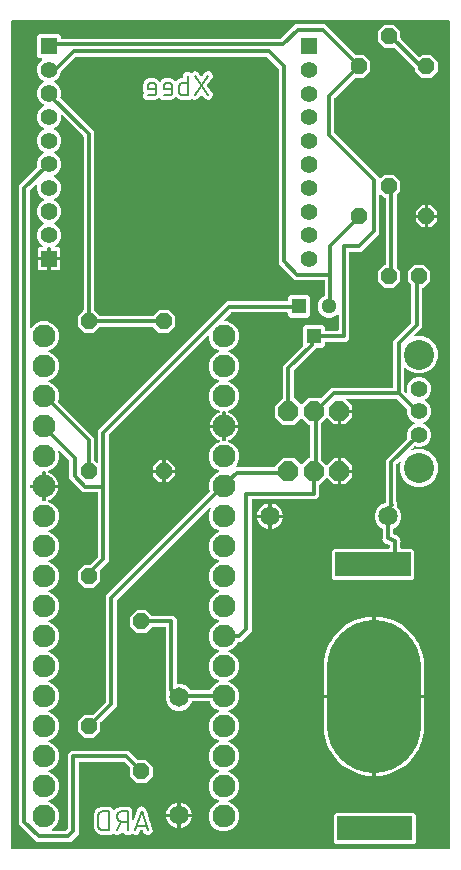
<source format=gtl>
G04 EAGLE Gerber RS-274X export*
G75*
%MOIN*%
%FSLAX34Y34*%
%LPD*%
%INBottom Copper*%
%IPPOS*%
%AMOC8*
5,1,8,0,0,1.08239X$1,22.5*%
G01*
%ADD10C,0.006000*%
%ADD11R,0.125000X0.080000*%
%ADD12C,0.314961*%
%ADD13C,0.065000*%
%ADD14P,0.071438X8X202.500000*%
%ADD15C,0.074000*%
%ADD16R,0.056000X0.056000*%
%ADD17C,0.056000*%
%ADD18P,0.056284X8X202.500000*%
%ADD19P,0.056284X8X292.500000*%
%ADD20P,0.056284X8X112.500000*%
%ADD21C,0.100000*%
%ADD22C,0.076000*%
%ADD23C,0.051000*%
%ADD24R,0.051000X0.051000*%
%ADD25C,0.012000*%

G36*
X15001Y401D02*
X15001Y401D01*
X15002Y401D01*
X15006Y402D01*
X15009Y402D01*
X15010Y403D01*
X15011Y403D01*
X15015Y405D01*
X15018Y407D01*
X15019Y408D01*
X15022Y411D01*
X15024Y414D01*
X15025Y415D01*
X15025Y416D01*
X15027Y419D01*
X15028Y423D01*
X15028Y424D01*
X15029Y425D01*
X15029Y430D01*
X15029Y28000D01*
X15029Y28001D01*
X15029Y28002D01*
X15028Y28006D01*
X15028Y28009D01*
X15027Y28010D01*
X15027Y28011D01*
X15025Y28015D01*
X15023Y28018D01*
X15022Y28019D01*
X15019Y28022D01*
X15016Y28024D01*
X15015Y28025D01*
X15014Y28025D01*
X15011Y28027D01*
X15007Y28028D01*
X15006Y28028D01*
X15005Y28029D01*
X15000Y28029D01*
X430Y28029D01*
X429Y28029D01*
X428Y28029D01*
X424Y28028D01*
X421Y28028D01*
X420Y28027D01*
X419Y28027D01*
X415Y28025D01*
X412Y28023D01*
X411Y28022D01*
X408Y28019D01*
X406Y28016D01*
X405Y28015D01*
X405Y28014D01*
X403Y28011D01*
X402Y28007D01*
X402Y28006D01*
X401Y28005D01*
X401Y28000D01*
X401Y430D01*
X401Y429D01*
X401Y428D01*
X402Y424D01*
X402Y421D01*
X403Y420D01*
X403Y419D01*
X405Y415D01*
X407Y412D01*
X408Y411D01*
X411Y408D01*
X414Y406D01*
X415Y405D01*
X416Y405D01*
X419Y403D01*
X423Y402D01*
X424Y402D01*
X425Y401D01*
X430Y401D01*
X15000Y401D01*
X15001Y401D01*
G37*
%LPC*%
G36*
X1245Y659D02*
X1245Y659D01*
X659Y1245D01*
X659Y22515D01*
X774Y22629D01*
X1262Y23118D01*
X1265Y23122D01*
X1267Y23125D01*
X1268Y23125D01*
X1269Y23130D01*
X1270Y23134D01*
X1270Y23135D01*
X1270Y23139D01*
X1270Y23144D01*
X1269Y23148D01*
X1269Y23310D01*
X1269Y23313D01*
X1269Y23314D01*
X1269Y23316D01*
X1330Y23463D01*
X1443Y23576D01*
X1498Y23599D01*
X1501Y23600D01*
X1503Y23602D01*
X1505Y23603D01*
X1506Y23604D01*
X1508Y23606D01*
X1510Y23608D01*
X1511Y23610D01*
X1512Y23611D01*
X1513Y23614D01*
X1515Y23617D01*
X1515Y23619D01*
X1516Y23620D01*
X1516Y23623D01*
X1516Y23626D01*
X1516Y23628D01*
X1516Y23630D01*
X1515Y23633D01*
X1514Y23636D01*
X1514Y23637D01*
X1513Y23639D01*
X1511Y23641D01*
X1510Y23644D01*
X1509Y23645D01*
X1507Y23647D01*
X1505Y23648D01*
X1503Y23650D01*
X1500Y23652D01*
X1499Y23652D01*
X1498Y23653D01*
X1442Y23676D01*
X1330Y23789D01*
X1269Y23936D01*
X1269Y24097D01*
X1269Y24098D01*
X1269Y24100D01*
X1269Y24101D01*
X1269Y24102D01*
X1269Y24103D01*
X1330Y24251D01*
X1443Y24363D01*
X1498Y24386D01*
X1501Y24388D01*
X1503Y24389D01*
X1505Y24390D01*
X1506Y24391D01*
X1508Y24394D01*
X1510Y24396D01*
X1511Y24397D01*
X1512Y24399D01*
X1513Y24401D01*
X1515Y24404D01*
X1515Y24406D01*
X1516Y24408D01*
X1516Y24411D01*
X1516Y24413D01*
X1516Y24415D01*
X1516Y24417D01*
X1515Y24420D01*
X1514Y24423D01*
X1514Y24425D01*
X1513Y24426D01*
X1511Y24429D01*
X1510Y24431D01*
X1509Y24433D01*
X1507Y24434D01*
X1505Y24436D01*
X1503Y24438D01*
X1500Y24439D01*
X1500Y24440D01*
X1499Y24440D01*
X1498Y24440D01*
X1442Y24463D01*
X1330Y24576D01*
X1269Y24723D01*
X1269Y24884D01*
X1269Y24885D01*
X1269Y24888D01*
X1269Y24889D01*
X1269Y24890D01*
X1269Y24891D01*
X1330Y25038D01*
X1443Y25151D01*
X1498Y25174D01*
X1501Y25175D01*
X1503Y25176D01*
X1505Y25178D01*
X1506Y25179D01*
X1508Y25181D01*
X1510Y25183D01*
X1511Y25185D01*
X1512Y25186D01*
X1513Y25189D01*
X1515Y25191D01*
X1515Y25193D01*
X1516Y25195D01*
X1516Y25198D01*
X1516Y25201D01*
X1516Y25203D01*
X1516Y25205D01*
X1515Y25207D01*
X1514Y25210D01*
X1514Y25212D01*
X1513Y25214D01*
X1511Y25216D01*
X1510Y25219D01*
X1509Y25220D01*
X1507Y25222D01*
X1505Y25223D01*
X1503Y25225D01*
X1500Y25227D01*
X1499Y25227D01*
X1498Y25228D01*
X1442Y25251D01*
X1330Y25364D01*
X1269Y25511D01*
X1269Y25672D01*
X1269Y25675D01*
X1269Y25676D01*
X1269Y25678D01*
X1330Y25826D01*
X1443Y25938D01*
X1498Y25961D01*
X1501Y25963D01*
X1503Y25964D01*
X1505Y25965D01*
X1506Y25966D01*
X1508Y25968D01*
X1510Y25970D01*
X1511Y25972D01*
X1512Y25974D01*
X1513Y25976D01*
X1515Y25979D01*
X1515Y25981D01*
X1516Y25982D01*
X1516Y25985D01*
X1516Y25988D01*
X1516Y25990D01*
X1516Y25992D01*
X1515Y25995D01*
X1514Y25998D01*
X1514Y25999D01*
X1513Y26001D01*
X1511Y26004D01*
X1510Y26006D01*
X1509Y26007D01*
X1507Y26009D01*
X1505Y26011D01*
X1503Y26013D01*
X1500Y26014D01*
X1499Y26015D01*
X1498Y26015D01*
X1442Y26038D01*
X1330Y26151D01*
X1269Y26298D01*
X1269Y26459D01*
X1269Y26460D01*
X1269Y26463D01*
X1269Y26464D01*
X1269Y26465D01*
X1269Y26466D01*
X1330Y26613D01*
X1432Y26715D01*
X1434Y26717D01*
X1436Y26719D01*
X1436Y26721D01*
X1438Y26722D01*
X1438Y26725D01*
X1440Y26728D01*
X1440Y26730D01*
X1440Y26732D01*
X1440Y26735D01*
X1441Y26737D01*
X1440Y26739D01*
X1440Y26741D01*
X1439Y26744D01*
X1438Y26747D01*
X1437Y26748D01*
X1437Y26750D01*
X1435Y26752D01*
X1433Y26755D01*
X1432Y26756D01*
X1430Y26757D01*
X1428Y26759D01*
X1426Y26761D01*
X1424Y26761D01*
X1422Y26762D01*
X1419Y26763D01*
X1417Y26764D01*
X1414Y26764D01*
X1413Y26765D01*
X1412Y26765D01*
X1411Y26765D01*
X1339Y26765D01*
X1269Y26835D01*
X1269Y27495D01*
X1339Y27566D01*
X1565Y27566D01*
X1568Y27567D01*
X1571Y27567D01*
X1574Y27568D01*
X1575Y27568D01*
X1576Y27568D01*
X1590Y27574D01*
X1750Y27574D01*
X1764Y27568D01*
X1766Y27568D01*
X1769Y27567D01*
X1772Y27566D01*
X1773Y27566D01*
X1775Y27566D01*
X1999Y27566D01*
X2070Y27495D01*
X2070Y27450D01*
X2070Y27449D01*
X2070Y27448D01*
X2071Y27444D01*
X2072Y27441D01*
X2072Y27440D01*
X2072Y27439D01*
X2074Y27435D01*
X2076Y27432D01*
X2077Y27431D01*
X2080Y27428D01*
X2083Y27426D01*
X2084Y27425D01*
X2085Y27425D01*
X2088Y27423D01*
X2092Y27422D01*
X2093Y27422D01*
X2094Y27421D01*
X2099Y27421D01*
X9393Y27421D01*
X9397Y27421D01*
X9401Y27422D01*
X9402Y27422D01*
X9406Y27424D01*
X9410Y27426D01*
X9410Y27427D01*
X9411Y27427D01*
X9414Y27429D01*
X9885Y27901D01*
X10875Y27901D01*
X11886Y26889D01*
X11890Y26887D01*
X11893Y26885D01*
X11893Y26884D01*
X11894Y26884D01*
X11898Y26883D01*
X11902Y26881D01*
X11903Y26881D01*
X11904Y26881D01*
X11907Y26881D01*
X12158Y26881D01*
X12381Y26658D01*
X12381Y26342D01*
X12158Y26119D01*
X11887Y26119D01*
X11883Y26119D01*
X11879Y26118D01*
X11878Y26118D01*
X11874Y26116D01*
X11870Y26114D01*
X11870Y26113D01*
X11869Y26113D01*
X11866Y26111D01*
X11189Y25434D01*
X11187Y25430D01*
X11185Y25427D01*
X11184Y25427D01*
X11184Y25426D01*
X11183Y25422D01*
X11181Y25418D01*
X11181Y25417D01*
X11181Y25416D01*
X11181Y25413D01*
X11181Y24287D01*
X11181Y24283D01*
X11182Y24279D01*
X11182Y24278D01*
X11184Y24274D01*
X11186Y24270D01*
X11187Y24270D01*
X11187Y24269D01*
X11189Y24266D01*
X12566Y22889D01*
X12688Y22768D01*
X12689Y22767D01*
X12689Y22766D01*
X12693Y22764D01*
X12696Y22762D01*
X12697Y22762D01*
X12698Y22761D01*
X12701Y22760D01*
X12705Y22759D01*
X12706Y22759D01*
X12707Y22759D01*
X12711Y22760D01*
X12714Y22760D01*
X12715Y22760D01*
X12716Y22760D01*
X12720Y22762D01*
X12723Y22763D01*
X12724Y22764D01*
X12725Y22764D01*
X12729Y22768D01*
X12842Y22881D01*
X13158Y22881D01*
X13381Y22658D01*
X13381Y22342D01*
X13269Y22231D01*
X13267Y22228D01*
X13265Y22225D01*
X13264Y22224D01*
X13264Y22223D01*
X13263Y22219D01*
X13261Y22216D01*
X13261Y22214D01*
X13261Y22213D01*
X13261Y22210D01*
X13261Y19790D01*
X13261Y19786D01*
X13262Y19782D01*
X13262Y19781D01*
X13262Y19780D01*
X13264Y19777D01*
X13266Y19773D01*
X13267Y19772D01*
X13267Y19771D01*
X13269Y19769D01*
X13381Y19658D01*
X13381Y19342D01*
X13158Y19119D01*
X12842Y19119D01*
X12619Y19342D01*
X12619Y19658D01*
X12842Y19881D01*
X12870Y19881D01*
X12871Y19881D01*
X12872Y19881D01*
X12876Y19882D01*
X12879Y19882D01*
X12880Y19883D01*
X12881Y19883D01*
X12885Y19885D01*
X12888Y19887D01*
X12889Y19888D01*
X12892Y19891D01*
X12894Y19894D01*
X12895Y19895D01*
X12895Y19896D01*
X12897Y19899D01*
X12898Y19903D01*
X12898Y19904D01*
X12899Y19905D01*
X12899Y19910D01*
X12899Y22090D01*
X12899Y22091D01*
X12899Y22092D01*
X12898Y22096D01*
X12898Y22099D01*
X12897Y22100D01*
X12897Y22101D01*
X12895Y22105D01*
X12893Y22108D01*
X12892Y22109D01*
X12889Y22112D01*
X12886Y22114D01*
X12885Y22115D01*
X12884Y22115D01*
X12881Y22117D01*
X12877Y22118D01*
X12876Y22118D01*
X12875Y22119D01*
X12870Y22119D01*
X12842Y22119D01*
X12731Y22231D01*
X12728Y22233D01*
X12726Y22235D01*
X12724Y22235D01*
X12723Y22236D01*
X12720Y22237D01*
X12717Y22238D01*
X12716Y22239D01*
X12714Y22239D01*
X12711Y22239D01*
X12708Y22239D01*
X12706Y22239D01*
X12704Y22239D01*
X12701Y22238D01*
X12699Y22237D01*
X12697Y22236D01*
X12695Y22235D01*
X12693Y22234D01*
X12691Y22232D01*
X12689Y22231D01*
X12688Y22229D01*
X12686Y22227D01*
X12685Y22225D01*
X12684Y22223D01*
X12683Y22221D01*
X12682Y22218D01*
X12681Y22216D01*
X12681Y22213D01*
X12681Y22212D01*
X12681Y22211D01*
X12681Y22210D01*
X12681Y20925D01*
X12075Y20319D01*
X11710Y20319D01*
X11709Y20319D01*
X11708Y20319D01*
X11704Y20318D01*
X11701Y20318D01*
X11700Y20317D01*
X11699Y20317D01*
X11695Y20315D01*
X11692Y20313D01*
X11691Y20312D01*
X11688Y20309D01*
X11686Y20306D01*
X11685Y20305D01*
X11685Y20304D01*
X11683Y20301D01*
X11682Y20297D01*
X11682Y20296D01*
X11681Y20295D01*
X11681Y20290D01*
X11681Y17425D01*
X11575Y17319D01*
X10905Y17319D01*
X10904Y17319D01*
X10903Y17319D01*
X10899Y17318D01*
X10896Y17318D01*
X10895Y17317D01*
X10894Y17317D01*
X10890Y17315D01*
X10887Y17313D01*
X10886Y17312D01*
X10883Y17309D01*
X10881Y17306D01*
X10880Y17305D01*
X10880Y17304D01*
X10878Y17301D01*
X10877Y17297D01*
X10877Y17296D01*
X10876Y17295D01*
X10876Y17290D01*
X10876Y17195D01*
X10805Y17124D01*
X10612Y17124D01*
X10608Y17124D01*
X10604Y17123D01*
X10603Y17123D01*
X10599Y17121D01*
X10595Y17119D01*
X10595Y17118D01*
X10594Y17118D01*
X10591Y17116D01*
X9839Y16364D01*
X9837Y16360D01*
X9835Y16357D01*
X9834Y16357D01*
X9834Y16356D01*
X9833Y16352D01*
X9831Y16348D01*
X9831Y16347D01*
X9831Y16346D01*
X9831Y16343D01*
X9831Y15469D01*
X9831Y15465D01*
X9832Y15461D01*
X9832Y15460D01*
X9832Y15459D01*
X9834Y15456D01*
X9836Y15452D01*
X9837Y15451D01*
X9837Y15450D01*
X9839Y15448D01*
X10054Y15233D01*
X10055Y15233D01*
X10056Y15232D01*
X10059Y15230D01*
X10062Y15228D01*
X10063Y15227D01*
X10064Y15227D01*
X10068Y15226D01*
X10071Y15225D01*
X10072Y15225D01*
X10073Y15225D01*
X10077Y15225D01*
X10081Y15225D01*
X10082Y15226D01*
X10083Y15226D01*
X10086Y15227D01*
X10090Y15229D01*
X10091Y15229D01*
X10092Y15230D01*
X10096Y15233D01*
X10313Y15451D01*
X10687Y15451D01*
X10700Y15437D01*
X10701Y15437D01*
X10702Y15436D01*
X10705Y15434D01*
X10708Y15432D01*
X10709Y15431D01*
X10710Y15431D01*
X10714Y15430D01*
X10717Y15429D01*
X10718Y15429D01*
X10719Y15429D01*
X10723Y15429D01*
X10727Y15429D01*
X10728Y15430D01*
X10729Y15430D01*
X10732Y15431D01*
X10736Y15433D01*
X10737Y15434D01*
X10742Y15437D01*
X11085Y15781D01*
X13110Y15781D01*
X13111Y15781D01*
X13112Y15781D01*
X13116Y15782D01*
X13119Y15782D01*
X13120Y15783D01*
X13121Y15783D01*
X13125Y15785D01*
X13128Y15787D01*
X13129Y15788D01*
X13132Y15791D01*
X13134Y15794D01*
X13135Y15795D01*
X13135Y15796D01*
X13137Y15799D01*
X13138Y15803D01*
X13138Y15804D01*
X13139Y15805D01*
X13139Y15810D01*
X13139Y17355D01*
X13731Y17946D01*
X13733Y17950D01*
X13735Y17953D01*
X13736Y17953D01*
X13736Y17954D01*
X13737Y17958D01*
X13739Y17962D01*
X13739Y17963D01*
X13739Y17964D01*
X13739Y17967D01*
X13739Y19210D01*
X13739Y19214D01*
X13738Y19218D01*
X13738Y19219D01*
X13738Y19220D01*
X13736Y19223D01*
X13734Y19227D01*
X13733Y19228D01*
X13733Y19229D01*
X13731Y19231D01*
X13619Y19342D01*
X13619Y19658D01*
X13842Y19881D01*
X14158Y19881D01*
X14381Y19658D01*
X14381Y19342D01*
X14158Y19119D01*
X14130Y19119D01*
X14129Y19119D01*
X14128Y19119D01*
X14124Y19118D01*
X14121Y19118D01*
X14120Y19117D01*
X14119Y19117D01*
X14115Y19115D01*
X14112Y19113D01*
X14111Y19112D01*
X14108Y19109D01*
X14106Y19106D01*
X14105Y19105D01*
X14105Y19104D01*
X14103Y19101D01*
X14102Y19097D01*
X14102Y19096D01*
X14101Y19095D01*
X14101Y19090D01*
X14101Y17805D01*
X13856Y17560D01*
X13854Y17558D01*
X13852Y17556D01*
X13852Y17554D01*
X13850Y17553D01*
X13850Y17550D01*
X13848Y17547D01*
X13848Y17545D01*
X13848Y17544D01*
X13848Y17541D01*
X13848Y17538D01*
X13848Y17536D01*
X13848Y17534D01*
X13849Y17531D01*
X13850Y17528D01*
X13851Y17527D01*
X13851Y17525D01*
X13853Y17523D01*
X13855Y17520D01*
X13856Y17519D01*
X13858Y17518D01*
X13860Y17516D01*
X13862Y17514D01*
X13864Y17514D01*
X13866Y17513D01*
X13869Y17512D01*
X13871Y17511D01*
X13874Y17511D01*
X13875Y17511D01*
X13876Y17511D01*
X13877Y17511D01*
X14123Y17511D01*
X14352Y17416D01*
X14526Y17241D01*
X14621Y17013D01*
X14621Y16766D01*
X14526Y16538D01*
X14352Y16364D01*
X14123Y16269D01*
X13877Y16269D01*
X13648Y16364D01*
X13551Y16461D01*
X13548Y16463D01*
X13546Y16465D01*
X13544Y16466D01*
X13543Y16467D01*
X13540Y16468D01*
X13537Y16469D01*
X13536Y16469D01*
X13534Y16470D01*
X13531Y16469D01*
X13528Y16470D01*
X13526Y16469D01*
X13524Y16469D01*
X13521Y16468D01*
X13519Y16467D01*
X13517Y16466D01*
X13515Y16466D01*
X13513Y16464D01*
X13511Y16462D01*
X13509Y16461D01*
X13508Y16460D01*
X13506Y16457D01*
X13505Y16455D01*
X13504Y16453D01*
X13503Y16452D01*
X13502Y16449D01*
X13501Y16446D01*
X13501Y16443D01*
X13501Y16442D01*
X13501Y16441D01*
X13501Y15687D01*
X13501Y15683D01*
X13502Y15679D01*
X13502Y15678D01*
X13504Y15674D01*
X13506Y15670D01*
X13507Y15670D01*
X13507Y15669D01*
X13509Y15666D01*
X13560Y15615D01*
X13563Y15613D01*
X13566Y15611D01*
X13567Y15610D01*
X13568Y15610D01*
X13572Y15609D01*
X13575Y15607D01*
X13576Y15607D01*
X13577Y15607D01*
X13581Y15607D01*
X13585Y15607D01*
X13586Y15607D01*
X13587Y15607D01*
X13590Y15609D01*
X13594Y15610D01*
X13595Y15610D01*
X13596Y15611D01*
X13599Y15613D01*
X13602Y15615D01*
X13602Y15616D01*
X13603Y15617D01*
X13605Y15620D01*
X13607Y15623D01*
X13608Y15624D01*
X13608Y15625D01*
X13609Y15629D01*
X13610Y15632D01*
X13610Y15633D01*
X13610Y15634D01*
X13610Y15638D01*
X13610Y15642D01*
X13609Y15643D01*
X13609Y15644D01*
X13609Y15645D01*
X13608Y15647D01*
X13599Y15668D01*
X13599Y15828D01*
X13660Y15975D01*
X13773Y16088D01*
X13920Y16149D01*
X14080Y16149D01*
X14227Y16088D01*
X14340Y15975D01*
X14401Y15828D01*
X14401Y15668D01*
X14340Y15521D01*
X14227Y15408D01*
X14209Y15401D01*
X14207Y15399D01*
X14204Y15398D01*
X14203Y15397D01*
X14201Y15396D01*
X14200Y15394D01*
X14197Y15392D01*
X14197Y15390D01*
X14195Y15389D01*
X14194Y15386D01*
X14193Y15383D01*
X14193Y15381D01*
X14192Y15380D01*
X14192Y15377D01*
X14191Y15374D01*
X14192Y15372D01*
X14192Y15370D01*
X14193Y15367D01*
X14193Y15364D01*
X14194Y15363D01*
X14195Y15361D01*
X14196Y15359D01*
X14198Y15356D01*
X14199Y15355D01*
X14200Y15353D01*
X14203Y15351D01*
X14205Y15350D01*
X14207Y15348D01*
X14208Y15348D01*
X14209Y15347D01*
X14227Y15340D01*
X14340Y15227D01*
X14401Y15080D01*
X14401Y14920D01*
X14340Y14773D01*
X14227Y14660D01*
X14162Y14633D01*
X14159Y14632D01*
X14157Y14631D01*
X14155Y14629D01*
X14154Y14628D01*
X14152Y14626D01*
X14150Y14624D01*
X14149Y14622D01*
X14148Y14621D01*
X14147Y14618D01*
X14145Y14616D01*
X14145Y14614D01*
X14144Y14612D01*
X14144Y14609D01*
X14144Y14606D01*
X14144Y14604D01*
X14144Y14602D01*
X14145Y14600D01*
X14146Y14597D01*
X14146Y14595D01*
X14147Y14593D01*
X14149Y14591D01*
X14150Y14588D01*
X14152Y14587D01*
X14153Y14585D01*
X14155Y14584D01*
X14157Y14582D01*
X14160Y14580D01*
X14161Y14580D01*
X14162Y14579D01*
X14227Y14552D01*
X14340Y14440D01*
X14401Y14292D01*
X14401Y14133D01*
X14340Y13986D01*
X14227Y13873D01*
X14080Y13812D01*
X13920Y13812D01*
X13873Y13832D01*
X13868Y13833D01*
X13863Y13834D01*
X13859Y13833D01*
X13854Y13833D01*
X13849Y13831D01*
X13845Y13829D01*
X13841Y13825D01*
X13759Y13743D01*
X13756Y13740D01*
X13754Y13737D01*
X13754Y13736D01*
X13753Y13735D01*
X13752Y13732D01*
X13751Y13728D01*
X13751Y13727D01*
X13750Y13726D01*
X13751Y13722D01*
X13750Y13718D01*
X13751Y13718D01*
X13751Y13717D01*
X13752Y13713D01*
X13753Y13709D01*
X13754Y13709D01*
X13754Y13708D01*
X13757Y13705D01*
X13759Y13702D01*
X13760Y13701D01*
X13760Y13700D01*
X13764Y13698D01*
X13767Y13696D01*
X13768Y13696D01*
X13768Y13695D01*
X13772Y13694D01*
X13776Y13693D01*
X13777Y13693D01*
X13778Y13693D01*
X13782Y13694D01*
X13785Y13694D01*
X13787Y13694D01*
X13788Y13695D01*
X13791Y13695D01*
X13877Y13731D01*
X14123Y13731D01*
X14352Y13636D01*
X14526Y13462D01*
X14621Y13234D01*
X14621Y12987D01*
X14526Y12759D01*
X14352Y12584D01*
X14123Y12489D01*
X13877Y12489D01*
X13648Y12584D01*
X13474Y12759D01*
X13379Y12987D01*
X13379Y13234D01*
X13415Y13320D01*
X13415Y13321D01*
X13415Y13322D01*
X13416Y13323D01*
X13417Y13327D01*
X13417Y13328D01*
X13417Y13329D01*
X13417Y13333D01*
X13416Y13337D01*
X13416Y13338D01*
X13414Y13342D01*
X13413Y13346D01*
X13412Y13346D01*
X13412Y13347D01*
X13409Y13350D01*
X13407Y13353D01*
X13406Y13353D01*
X13406Y13354D01*
X13402Y13356D01*
X13399Y13358D01*
X13398Y13358D01*
X13397Y13359D01*
X13393Y13359D01*
X13389Y13360D01*
X13388Y13360D01*
X13384Y13359D01*
X13380Y13359D01*
X13379Y13359D01*
X13378Y13358D01*
X13375Y13357D01*
X13371Y13355D01*
X13370Y13354D01*
X13369Y13353D01*
X13367Y13352D01*
X13259Y13244D01*
X13257Y13240D01*
X13255Y13237D01*
X13254Y13237D01*
X13254Y13236D01*
X13253Y13232D01*
X13251Y13228D01*
X13251Y13227D01*
X13251Y13226D01*
X13251Y13223D01*
X13251Y11987D01*
X13251Y11983D01*
X13252Y11979D01*
X13252Y11978D01*
X13254Y11974D01*
X13256Y11971D01*
X13257Y11970D01*
X13257Y11969D01*
X13259Y11966D01*
X13275Y11951D01*
X13275Y11943D01*
X13275Y11941D01*
X13275Y11940D01*
X13276Y11937D01*
X13277Y11934D01*
X13277Y11932D01*
X13278Y11931D01*
X13281Y11926D01*
X13285Y11920D01*
X13275Y11863D01*
X13275Y11858D01*
X13275Y11836D01*
X13275Y11835D01*
X13276Y11832D01*
X13276Y11828D01*
X13277Y11827D01*
X13277Y11826D01*
X13279Y11823D01*
X13280Y11819D01*
X13281Y11819D01*
X13281Y11818D01*
X13282Y11817D01*
X13284Y11815D01*
X13346Y11752D01*
X13414Y11589D01*
X13414Y11411D01*
X13346Y11248D01*
X13221Y11122D01*
X13167Y11100D01*
X13163Y11097D01*
X13159Y11095D01*
X13156Y11091D01*
X13153Y11087D01*
X13151Y11083D01*
X13150Y11078D01*
X13149Y11073D01*
X13149Y10911D01*
X13149Y10910D01*
X13149Y10909D01*
X13150Y10905D01*
X13151Y10901D01*
X13151Y10900D01*
X13153Y10896D01*
X13155Y10893D01*
X13156Y10892D01*
X13156Y10891D01*
X13159Y10889D01*
X13162Y10886D01*
X13163Y10886D01*
X13164Y10885D01*
X13169Y10883D01*
X13226Y10862D01*
X13229Y10862D01*
X13231Y10861D01*
X13235Y10861D01*
X13236Y10861D01*
X13275Y10861D01*
X13294Y10841D01*
X13297Y10839D01*
X13300Y10837D01*
X13302Y10836D01*
X13303Y10835D01*
X13305Y10834D01*
X13331Y10825D01*
X13348Y10790D01*
X13349Y10788D01*
X13350Y10786D01*
X13353Y10783D01*
X13353Y10782D01*
X13381Y10755D01*
X13381Y10727D01*
X13381Y10724D01*
X13382Y10720D01*
X13382Y10718D01*
X13383Y10717D01*
X13384Y10715D01*
X13395Y10690D01*
X13382Y10654D01*
X13382Y10651D01*
X13381Y10649D01*
X13381Y10645D01*
X13381Y10644D01*
X13381Y10450D01*
X13381Y10449D01*
X13381Y10448D01*
X13382Y10444D01*
X13382Y10441D01*
X13383Y10440D01*
X13383Y10439D01*
X13385Y10435D01*
X13387Y10432D01*
X13388Y10431D01*
X13391Y10428D01*
X13394Y10426D01*
X13395Y10425D01*
X13396Y10425D01*
X13399Y10423D01*
X13403Y10422D01*
X13404Y10422D01*
X13405Y10421D01*
X13410Y10421D01*
X13775Y10421D01*
X13846Y10350D01*
X13846Y9450D01*
X13775Y9379D01*
X11175Y9379D01*
X11104Y9450D01*
X11104Y10350D01*
X11175Y10421D01*
X12990Y10421D01*
X12991Y10421D01*
X12992Y10421D01*
X12996Y10422D01*
X12999Y10422D01*
X13000Y10423D01*
X13001Y10423D01*
X13005Y10425D01*
X13008Y10427D01*
X13009Y10428D01*
X13012Y10431D01*
X13014Y10434D01*
X13015Y10435D01*
X13015Y10436D01*
X13017Y10439D01*
X13018Y10443D01*
X13018Y10444D01*
X13019Y10445D01*
X13019Y10450D01*
X13019Y10532D01*
X13019Y10533D01*
X13019Y10534D01*
X13018Y10537D01*
X13018Y10541D01*
X13017Y10542D01*
X13017Y10543D01*
X13015Y10546D01*
X13013Y10550D01*
X13012Y10551D01*
X13009Y10554D01*
X13006Y10556D01*
X13005Y10557D01*
X13000Y10559D01*
X12942Y10580D01*
X12940Y10580D01*
X12938Y10581D01*
X12933Y10582D01*
X12932Y10582D01*
X12894Y10582D01*
X12874Y10601D01*
X12871Y10603D01*
X12868Y10606D01*
X12867Y10606D01*
X12866Y10607D01*
X12863Y10608D01*
X12837Y10617D01*
X12821Y10652D01*
X12819Y10654D01*
X12818Y10656D01*
X12816Y10660D01*
X12815Y10660D01*
X12788Y10688D01*
X12788Y10715D01*
X12787Y10719D01*
X12787Y10723D01*
X12786Y10724D01*
X12786Y10725D01*
X12785Y10728D01*
X12773Y10753D01*
X12786Y10789D01*
X12786Y10791D01*
X12787Y10793D01*
X12788Y10798D01*
X12788Y10799D01*
X12788Y11073D01*
X12787Y11078D01*
X12786Y11082D01*
X12784Y11087D01*
X12782Y11091D01*
X12778Y11094D01*
X12775Y11097D01*
X12774Y11097D01*
X12770Y11100D01*
X12716Y11122D01*
X12591Y11248D01*
X12523Y11411D01*
X12523Y11589D01*
X12591Y11752D01*
X12716Y11878D01*
X12871Y11942D01*
X12875Y11945D01*
X12879Y11947D01*
X12882Y11951D01*
X12885Y11955D01*
X12887Y11959D01*
X12889Y11964D01*
X12889Y11969D01*
X12889Y13385D01*
X13597Y14092D01*
X13599Y14096D01*
X13602Y14100D01*
X13604Y14105D01*
X13605Y14109D01*
X13605Y14114D01*
X13605Y14119D01*
X13603Y14124D01*
X13599Y14133D01*
X13599Y14292D01*
X13660Y14440D01*
X13773Y14552D01*
X13838Y14579D01*
X13841Y14581D01*
X13843Y14582D01*
X13845Y14583D01*
X13846Y14584D01*
X13848Y14587D01*
X13850Y14589D01*
X13851Y14590D01*
X13852Y14592D01*
X13853Y14594D01*
X13855Y14597D01*
X13855Y14599D01*
X13856Y14601D01*
X13856Y14604D01*
X13856Y14607D01*
X13856Y14608D01*
X13856Y14610D01*
X13855Y14613D01*
X13854Y14616D01*
X13854Y14618D01*
X13853Y14619D01*
X13851Y14622D01*
X13850Y14624D01*
X13848Y14626D01*
X13847Y14627D01*
X13845Y14629D01*
X13843Y14631D01*
X13840Y14632D01*
X13840Y14633D01*
X13839Y14633D01*
X13838Y14633D01*
X13773Y14660D01*
X13660Y14773D01*
X13599Y14920D01*
X13599Y15053D01*
X13599Y15057D01*
X13598Y15061D01*
X13598Y15062D01*
X13596Y15066D01*
X13594Y15070D01*
X13593Y15070D01*
X13593Y15071D01*
X13591Y15074D01*
X13254Y15411D01*
X13250Y15413D01*
X13247Y15415D01*
X13247Y15416D01*
X13246Y15416D01*
X13242Y15417D01*
X13238Y15419D01*
X13237Y15419D01*
X13236Y15419D01*
X13233Y15419D01*
X11611Y15419D01*
X11608Y15419D01*
X11605Y15419D01*
X11603Y15418D01*
X11601Y15418D01*
X11599Y15416D01*
X11596Y15415D01*
X11594Y15414D01*
X11593Y15413D01*
X11591Y15411D01*
X11588Y15409D01*
X11587Y15408D01*
X11586Y15406D01*
X11585Y15403D01*
X11583Y15401D01*
X11583Y15399D01*
X11582Y15397D01*
X11582Y15395D01*
X11581Y15392D01*
X11582Y15390D01*
X11581Y15388D01*
X11582Y15385D01*
X11582Y15382D01*
X11583Y15380D01*
X11584Y15379D01*
X11585Y15376D01*
X11586Y15373D01*
X11588Y15371D01*
X11589Y15371D01*
X11589Y15370D01*
X11590Y15369D01*
X11781Y15178D01*
X11781Y15059D01*
X11380Y15059D01*
X11379Y15059D01*
X11378Y15059D01*
X11374Y15058D01*
X11371Y15058D01*
X11370Y15057D01*
X11369Y15057D01*
X11365Y15055D01*
X11362Y15053D01*
X11361Y15052D01*
X11358Y15049D01*
X11356Y15046D01*
X11355Y15045D01*
X11355Y15044D01*
X11353Y15041D01*
X11352Y15037D01*
X11352Y15036D01*
X11351Y15035D01*
X11351Y15030D01*
X11351Y14999D01*
X11320Y14999D01*
X11319Y14999D01*
X11318Y14999D01*
X11314Y14998D01*
X11311Y14998D01*
X11310Y14997D01*
X11309Y14997D01*
X11305Y14995D01*
X11302Y14993D01*
X11301Y14992D01*
X11298Y14989D01*
X11296Y14986D01*
X11295Y14985D01*
X11295Y14984D01*
X11293Y14981D01*
X11292Y14977D01*
X11292Y14976D01*
X11291Y14975D01*
X11291Y14970D01*
X11291Y14569D01*
X11172Y14569D01*
X10960Y14781D01*
X10959Y14782D01*
X10958Y14782D01*
X10955Y14784D01*
X10952Y14787D01*
X10951Y14787D01*
X10950Y14787D01*
X10946Y14788D01*
X10943Y14789D01*
X10942Y14789D01*
X10941Y14790D01*
X10937Y14789D01*
X10933Y14789D01*
X10932Y14789D01*
X10931Y14788D01*
X10928Y14787D01*
X10924Y14786D01*
X10924Y14785D01*
X10923Y14784D01*
X10918Y14781D01*
X10749Y14612D01*
X10747Y14609D01*
X10745Y14606D01*
X10744Y14605D01*
X10744Y14604D01*
X10743Y14600D01*
X10741Y14597D01*
X10741Y14595D01*
X10741Y14594D01*
X10741Y14591D01*
X10741Y13409D01*
X10741Y13405D01*
X10742Y13401D01*
X10742Y13400D01*
X10742Y13399D01*
X10744Y13396D01*
X10746Y13392D01*
X10747Y13391D01*
X10747Y13390D01*
X10749Y13388D01*
X10918Y13219D01*
X10919Y13218D01*
X10920Y13218D01*
X10923Y13216D01*
X10926Y13213D01*
X10927Y13213D01*
X10928Y13213D01*
X10932Y13212D01*
X10935Y13211D01*
X10936Y13211D01*
X10937Y13210D01*
X10941Y13211D01*
X10945Y13211D01*
X10946Y13211D01*
X10947Y13212D01*
X10950Y13213D01*
X10954Y13214D01*
X10955Y13215D01*
X10956Y13216D01*
X10960Y13219D01*
X11172Y13431D01*
X11291Y13431D01*
X11291Y13030D01*
X11291Y13029D01*
X11291Y13028D01*
X11292Y13024D01*
X11292Y13021D01*
X11293Y13020D01*
X11293Y13019D01*
X11295Y13015D01*
X11297Y13012D01*
X11298Y13011D01*
X11301Y13008D01*
X11304Y13006D01*
X11305Y13005D01*
X11306Y13005D01*
X11309Y13003D01*
X11313Y13002D01*
X11314Y13002D01*
X11315Y13001D01*
X11320Y13001D01*
X11351Y13001D01*
X11351Y12999D01*
X11320Y12999D01*
X11319Y12999D01*
X11318Y12999D01*
X11314Y12998D01*
X11311Y12998D01*
X11310Y12997D01*
X11309Y12997D01*
X11305Y12995D01*
X11302Y12993D01*
X11301Y12992D01*
X11298Y12989D01*
X11296Y12986D01*
X11295Y12985D01*
X11295Y12984D01*
X11293Y12981D01*
X11292Y12977D01*
X11292Y12976D01*
X11291Y12975D01*
X11291Y12970D01*
X11291Y12569D01*
X11172Y12569D01*
X10960Y12781D01*
X10959Y12782D01*
X10958Y12782D01*
X10955Y12784D01*
X10952Y12787D01*
X10951Y12787D01*
X10950Y12787D01*
X10946Y12788D01*
X10943Y12789D01*
X10942Y12789D01*
X10941Y12790D01*
X10937Y12789D01*
X10933Y12789D01*
X10932Y12789D01*
X10931Y12788D01*
X10928Y12787D01*
X10924Y12786D01*
X10924Y12785D01*
X10923Y12784D01*
X10918Y12781D01*
X10689Y12552D01*
X10687Y12549D01*
X10685Y12546D01*
X10684Y12545D01*
X10684Y12544D01*
X10683Y12540D01*
X10681Y12537D01*
X10681Y12535D01*
X10681Y12534D01*
X10681Y12531D01*
X10681Y12175D01*
X10575Y12069D01*
X8460Y12069D01*
X8459Y12069D01*
X8458Y12069D01*
X8454Y12068D01*
X8451Y12068D01*
X8450Y12067D01*
X8449Y12067D01*
X8445Y12065D01*
X8442Y12063D01*
X8441Y12062D01*
X8438Y12059D01*
X8436Y12056D01*
X8435Y12055D01*
X8435Y12054D01*
X8433Y12051D01*
X8432Y12047D01*
X8432Y12046D01*
X8431Y12045D01*
X8431Y12040D01*
X8431Y7675D01*
X8075Y7319D01*
X7987Y7319D01*
X7986Y7319D01*
X7982Y7318D01*
X7977Y7318D01*
X7973Y7315D01*
X7969Y7313D01*
X7965Y7310D01*
X7962Y7306D01*
X7960Y7301D01*
X7925Y7216D01*
X7784Y7075D01*
X7667Y7027D01*
X7664Y7025D01*
X7662Y7024D01*
X7660Y7023D01*
X7659Y7022D01*
X7657Y7020D01*
X7655Y7018D01*
X7654Y7016D01*
X7652Y7015D01*
X7651Y7012D01*
X7650Y7009D01*
X7650Y7007D01*
X7649Y7006D01*
X7649Y7003D01*
X7649Y7000D01*
X7649Y6998D01*
X7649Y6996D01*
X7650Y6993D01*
X7650Y6990D01*
X7651Y6989D01*
X7652Y6987D01*
X7653Y6985D01*
X7655Y6982D01*
X7656Y6981D01*
X7657Y6979D01*
X7660Y6977D01*
X7662Y6975D01*
X7664Y6974D01*
X7665Y6974D01*
X7666Y6974D01*
X7667Y6973D01*
X7784Y6925D01*
X7925Y6784D01*
X8001Y6600D01*
X8001Y6400D01*
X7925Y6216D01*
X7784Y6075D01*
X7667Y6027D01*
X7664Y6025D01*
X7662Y6024D01*
X7660Y6023D01*
X7659Y6022D01*
X7657Y6020D01*
X7655Y6018D01*
X7654Y6016D01*
X7652Y6015D01*
X7651Y6012D01*
X7650Y6009D01*
X7650Y6007D01*
X7649Y6006D01*
X7649Y6003D01*
X7649Y6000D01*
X7649Y5998D01*
X7649Y5996D01*
X7650Y5993D01*
X7650Y5990D01*
X7651Y5989D01*
X7652Y5987D01*
X7653Y5985D01*
X7655Y5982D01*
X7656Y5981D01*
X7657Y5979D01*
X7660Y5977D01*
X7662Y5975D01*
X7664Y5974D01*
X7665Y5974D01*
X7666Y5974D01*
X7667Y5973D01*
X7784Y5925D01*
X7925Y5784D01*
X8001Y5600D01*
X8001Y5400D01*
X7925Y5216D01*
X7784Y5075D01*
X7667Y5027D01*
X7664Y5025D01*
X7662Y5024D01*
X7660Y5023D01*
X7659Y5022D01*
X7657Y5020D01*
X7655Y5018D01*
X7654Y5016D01*
X7652Y5015D01*
X7651Y5012D01*
X7650Y5009D01*
X7650Y5007D01*
X7649Y5006D01*
X7649Y5003D01*
X7649Y5000D01*
X7649Y4998D01*
X7649Y4996D01*
X7650Y4993D01*
X7650Y4990D01*
X7651Y4989D01*
X7652Y4987D01*
X7653Y4985D01*
X7655Y4982D01*
X7656Y4981D01*
X7657Y4979D01*
X7660Y4977D01*
X7662Y4975D01*
X7664Y4974D01*
X7665Y4974D01*
X7666Y4974D01*
X7667Y4973D01*
X7784Y4925D01*
X7925Y4784D01*
X8001Y4600D01*
X8001Y4400D01*
X7925Y4216D01*
X7784Y4075D01*
X7667Y4027D01*
X7664Y4025D01*
X7662Y4024D01*
X7660Y4023D01*
X7659Y4022D01*
X7657Y4020D01*
X7655Y4018D01*
X7654Y4016D01*
X7652Y4015D01*
X7651Y4012D01*
X7650Y4009D01*
X7650Y4007D01*
X7649Y4006D01*
X7649Y4003D01*
X7649Y4000D01*
X7649Y3998D01*
X7649Y3996D01*
X7650Y3993D01*
X7650Y3990D01*
X7651Y3989D01*
X7652Y3987D01*
X7653Y3985D01*
X7655Y3982D01*
X7656Y3981D01*
X7657Y3979D01*
X7660Y3977D01*
X7662Y3975D01*
X7664Y3974D01*
X7665Y3974D01*
X7666Y3974D01*
X7667Y3973D01*
X7784Y3925D01*
X7925Y3784D01*
X8001Y3600D01*
X8001Y3400D01*
X7925Y3216D01*
X7784Y3075D01*
X7667Y3027D01*
X7664Y3025D01*
X7662Y3024D01*
X7660Y3023D01*
X7659Y3022D01*
X7657Y3020D01*
X7655Y3018D01*
X7654Y3016D01*
X7652Y3015D01*
X7651Y3012D01*
X7650Y3009D01*
X7650Y3007D01*
X7649Y3006D01*
X7649Y3003D01*
X7649Y3000D01*
X7649Y2998D01*
X7649Y2996D01*
X7650Y2993D01*
X7650Y2990D01*
X7651Y2989D01*
X7652Y2987D01*
X7653Y2985D01*
X7655Y2982D01*
X7656Y2981D01*
X7657Y2979D01*
X7660Y2977D01*
X7662Y2975D01*
X7664Y2974D01*
X7665Y2974D01*
X7666Y2974D01*
X7667Y2973D01*
X7784Y2925D01*
X7925Y2784D01*
X8001Y2600D01*
X8001Y2400D01*
X7925Y2216D01*
X7784Y2075D01*
X7667Y2027D01*
X7664Y2025D01*
X7662Y2024D01*
X7660Y2023D01*
X7659Y2022D01*
X7657Y2020D01*
X7655Y2018D01*
X7654Y2016D01*
X7652Y2015D01*
X7651Y2012D01*
X7650Y2009D01*
X7650Y2007D01*
X7649Y2006D01*
X7649Y2003D01*
X7649Y2000D01*
X7649Y1998D01*
X7649Y1996D01*
X7650Y1993D01*
X7650Y1990D01*
X7651Y1989D01*
X7652Y1987D01*
X7653Y1985D01*
X7655Y1982D01*
X7656Y1981D01*
X7657Y1979D01*
X7660Y1977D01*
X7662Y1975D01*
X7664Y1974D01*
X7665Y1974D01*
X7666Y1974D01*
X7667Y1973D01*
X7784Y1925D01*
X7925Y1784D01*
X8001Y1600D01*
X8001Y1400D01*
X7925Y1216D01*
X7784Y1075D01*
X7600Y999D01*
X7400Y999D01*
X7216Y1075D01*
X7075Y1216D01*
X6999Y1400D01*
X6999Y1600D01*
X7075Y1784D01*
X7216Y1925D01*
X7333Y1973D01*
X7336Y1975D01*
X7338Y1976D01*
X7340Y1977D01*
X7341Y1978D01*
X7343Y1980D01*
X7345Y1982D01*
X7346Y1984D01*
X7348Y1985D01*
X7349Y1988D01*
X7350Y1991D01*
X7350Y1993D01*
X7351Y1994D01*
X7351Y1997D01*
X7351Y2000D01*
X7351Y2002D01*
X7351Y2004D01*
X7350Y2007D01*
X7350Y2010D01*
X7349Y2011D01*
X7348Y2013D01*
X7347Y2015D01*
X7345Y2018D01*
X7344Y2019D01*
X7343Y2021D01*
X7340Y2023D01*
X7338Y2025D01*
X7336Y2026D01*
X7335Y2026D01*
X7334Y2026D01*
X7333Y2027D01*
X7216Y2075D01*
X7075Y2216D01*
X6999Y2400D01*
X6999Y2600D01*
X7075Y2784D01*
X7216Y2925D01*
X7333Y2973D01*
X7336Y2975D01*
X7338Y2976D01*
X7340Y2977D01*
X7341Y2978D01*
X7343Y2980D01*
X7345Y2982D01*
X7346Y2984D01*
X7348Y2985D01*
X7349Y2988D01*
X7350Y2991D01*
X7350Y2993D01*
X7351Y2994D01*
X7351Y2997D01*
X7351Y3000D01*
X7351Y3002D01*
X7351Y3004D01*
X7350Y3007D01*
X7350Y3010D01*
X7349Y3011D01*
X7348Y3013D01*
X7347Y3015D01*
X7345Y3018D01*
X7344Y3019D01*
X7343Y3021D01*
X7340Y3023D01*
X7338Y3025D01*
X7336Y3026D01*
X7335Y3026D01*
X7334Y3026D01*
X7333Y3027D01*
X7216Y3075D01*
X7075Y3216D01*
X6999Y3400D01*
X6999Y3600D01*
X7075Y3784D01*
X7216Y3925D01*
X7333Y3973D01*
X7336Y3975D01*
X7338Y3976D01*
X7340Y3977D01*
X7341Y3978D01*
X7343Y3980D01*
X7345Y3982D01*
X7346Y3984D01*
X7348Y3985D01*
X7349Y3988D01*
X7350Y3991D01*
X7350Y3993D01*
X7351Y3994D01*
X7351Y3997D01*
X7351Y4000D01*
X7351Y4002D01*
X7351Y4004D01*
X7350Y4007D01*
X7350Y4010D01*
X7349Y4011D01*
X7348Y4013D01*
X7347Y4015D01*
X7345Y4018D01*
X7344Y4019D01*
X7343Y4021D01*
X7340Y4023D01*
X7338Y4025D01*
X7336Y4026D01*
X7335Y4026D01*
X7334Y4026D01*
X7333Y4027D01*
X7216Y4075D01*
X7075Y4216D01*
X6999Y4400D01*
X6999Y4600D01*
X7075Y4784D01*
X7216Y4925D01*
X7333Y4973D01*
X7336Y4975D01*
X7338Y4976D01*
X7340Y4977D01*
X7341Y4978D01*
X7343Y4980D01*
X7345Y4982D01*
X7346Y4984D01*
X7348Y4985D01*
X7349Y4988D01*
X7350Y4991D01*
X7350Y4993D01*
X7351Y4994D01*
X7351Y4997D01*
X7351Y5000D01*
X7351Y5002D01*
X7351Y5004D01*
X7350Y5007D01*
X7350Y5010D01*
X7349Y5011D01*
X7348Y5013D01*
X7347Y5015D01*
X7345Y5018D01*
X7344Y5019D01*
X7343Y5021D01*
X7340Y5023D01*
X7338Y5025D01*
X7336Y5026D01*
X7335Y5026D01*
X7334Y5026D01*
X7333Y5027D01*
X7216Y5075D01*
X7075Y5216D01*
X7032Y5321D01*
X7030Y5325D01*
X7027Y5329D01*
X7023Y5332D01*
X7020Y5335D01*
X7019Y5335D01*
X7015Y5337D01*
X7011Y5339D01*
X7010Y5339D01*
X7005Y5339D01*
X6448Y5339D01*
X6444Y5338D01*
X6439Y5338D01*
X6435Y5335D01*
X6431Y5333D01*
X6430Y5333D01*
X6427Y5330D01*
X6424Y5326D01*
X6421Y5321D01*
X6378Y5216D01*
X6252Y5091D01*
X6089Y5023D01*
X5911Y5023D01*
X5748Y5091D01*
X5622Y5216D01*
X5554Y5380D01*
X5554Y5557D01*
X5576Y5611D01*
X5577Y5611D01*
X5578Y5616D01*
X5579Y5620D01*
X5578Y5625D01*
X5578Y5630D01*
X5576Y5634D01*
X5574Y5638D01*
X5574Y5639D01*
X5570Y5643D01*
X5569Y5644D01*
X5569Y7790D01*
X5569Y7791D01*
X5569Y7792D01*
X5568Y7796D01*
X5568Y7799D01*
X5567Y7800D01*
X5567Y7801D01*
X5565Y7805D01*
X5563Y7808D01*
X5562Y7809D01*
X5559Y7812D01*
X5556Y7814D01*
X5555Y7815D01*
X5554Y7815D01*
X5551Y7817D01*
X5547Y7818D01*
X5546Y7818D01*
X5545Y7819D01*
X5540Y7819D01*
X5120Y7819D01*
X5116Y7819D01*
X5112Y7818D01*
X5111Y7818D01*
X5110Y7818D01*
X5107Y7816D01*
X5103Y7814D01*
X5102Y7813D01*
X5101Y7813D01*
X5099Y7811D01*
X4908Y7619D01*
X4592Y7619D01*
X4369Y7842D01*
X4369Y8158D01*
X4592Y8381D01*
X4908Y8381D01*
X5099Y8189D01*
X5102Y8187D01*
X5105Y8185D01*
X5106Y8184D01*
X5107Y8184D01*
X5111Y8183D01*
X5114Y8181D01*
X5116Y8181D01*
X5117Y8181D01*
X5120Y8181D01*
X5825Y8181D01*
X5931Y8075D01*
X5931Y5944D01*
X5931Y5942D01*
X5931Y5941D01*
X5932Y5938D01*
X5932Y5934D01*
X5933Y5933D01*
X5933Y5932D01*
X5935Y5929D01*
X5937Y5926D01*
X5938Y5925D01*
X5938Y5924D01*
X5941Y5922D01*
X5944Y5919D01*
X5945Y5919D01*
X5946Y5918D01*
X5949Y5917D01*
X5953Y5915D01*
X5954Y5915D01*
X5955Y5915D01*
X5960Y5914D01*
X6089Y5914D01*
X6252Y5846D01*
X6378Y5721D01*
X6379Y5719D01*
X6381Y5715D01*
X6384Y5711D01*
X6388Y5708D01*
X6391Y5705D01*
X6396Y5703D01*
X6400Y5701D01*
X6406Y5701D01*
X7022Y5701D01*
X7026Y5702D01*
X7031Y5702D01*
X7035Y5705D01*
X7039Y5707D01*
X7040Y5707D01*
X7043Y5710D01*
X7046Y5714D01*
X7049Y5719D01*
X7075Y5784D01*
X7216Y5925D01*
X7333Y5973D01*
X7336Y5975D01*
X7338Y5976D01*
X7340Y5977D01*
X7341Y5978D01*
X7343Y5980D01*
X7345Y5982D01*
X7346Y5984D01*
X7348Y5985D01*
X7349Y5988D01*
X7350Y5991D01*
X7350Y5993D01*
X7351Y5994D01*
X7351Y5997D01*
X7351Y6000D01*
X7351Y6002D01*
X7351Y6004D01*
X7350Y6007D01*
X7350Y6010D01*
X7349Y6011D01*
X7348Y6013D01*
X7347Y6015D01*
X7345Y6018D01*
X7344Y6019D01*
X7343Y6021D01*
X7340Y6023D01*
X7338Y6025D01*
X7336Y6026D01*
X7335Y6026D01*
X7334Y6026D01*
X7333Y6027D01*
X7216Y6075D01*
X7075Y6216D01*
X6999Y6400D01*
X6999Y6600D01*
X7075Y6784D01*
X7216Y6925D01*
X7333Y6973D01*
X7336Y6975D01*
X7338Y6976D01*
X7340Y6977D01*
X7341Y6978D01*
X7343Y6980D01*
X7345Y6982D01*
X7346Y6984D01*
X7348Y6985D01*
X7349Y6988D01*
X7350Y6991D01*
X7350Y6993D01*
X7351Y6994D01*
X7351Y6997D01*
X7351Y7000D01*
X7351Y7002D01*
X7351Y7004D01*
X7350Y7007D01*
X7350Y7010D01*
X7349Y7011D01*
X7348Y7013D01*
X7347Y7015D01*
X7345Y7018D01*
X7344Y7019D01*
X7343Y7021D01*
X7340Y7023D01*
X7338Y7025D01*
X7336Y7026D01*
X7335Y7026D01*
X7334Y7026D01*
X7333Y7027D01*
X7216Y7075D01*
X7075Y7216D01*
X6999Y7400D01*
X6999Y7600D01*
X7075Y7784D01*
X7216Y7925D01*
X7333Y7973D01*
X7336Y7975D01*
X7338Y7976D01*
X7340Y7977D01*
X7341Y7978D01*
X7343Y7980D01*
X7345Y7982D01*
X7346Y7984D01*
X7348Y7985D01*
X7349Y7988D01*
X7350Y7991D01*
X7350Y7993D01*
X7351Y7994D01*
X7351Y7997D01*
X7351Y8000D01*
X7351Y8002D01*
X7351Y8004D01*
X7350Y8007D01*
X7350Y8010D01*
X7349Y8011D01*
X7348Y8013D01*
X7347Y8015D01*
X7345Y8018D01*
X7344Y8019D01*
X7343Y8021D01*
X7340Y8023D01*
X7338Y8025D01*
X7336Y8026D01*
X7335Y8026D01*
X7334Y8026D01*
X7333Y8027D01*
X7216Y8075D01*
X7075Y8216D01*
X6999Y8400D01*
X6999Y8600D01*
X7075Y8784D01*
X7216Y8925D01*
X7333Y8973D01*
X7336Y8975D01*
X7338Y8976D01*
X7340Y8977D01*
X7341Y8978D01*
X7343Y8980D01*
X7345Y8982D01*
X7346Y8984D01*
X7348Y8985D01*
X7349Y8988D01*
X7350Y8991D01*
X7350Y8993D01*
X7351Y8994D01*
X7351Y8997D01*
X7351Y9000D01*
X7351Y9002D01*
X7351Y9004D01*
X7350Y9007D01*
X7350Y9010D01*
X7349Y9011D01*
X7349Y9012D01*
X7348Y9013D01*
X7347Y9015D01*
X7345Y9018D01*
X7344Y9019D01*
X7344Y9020D01*
X7343Y9020D01*
X7343Y9021D01*
X7340Y9023D01*
X7338Y9025D01*
X7337Y9025D01*
X7336Y9026D01*
X7335Y9026D01*
X7334Y9026D01*
X7333Y9027D01*
X7216Y9075D01*
X7075Y9216D01*
X6999Y9400D01*
X6999Y9600D01*
X7075Y9784D01*
X7216Y9925D01*
X7333Y9973D01*
X7336Y9975D01*
X7338Y9976D01*
X7340Y9977D01*
X7341Y9978D01*
X7343Y9980D01*
X7345Y9982D01*
X7346Y9984D01*
X7348Y9985D01*
X7349Y9988D01*
X7350Y9991D01*
X7350Y9993D01*
X7351Y9994D01*
X7351Y9997D01*
X7351Y10000D01*
X7351Y10002D01*
X7351Y10004D01*
X7350Y10007D01*
X7350Y10010D01*
X7349Y10011D01*
X7348Y10013D01*
X7347Y10015D01*
X7345Y10018D01*
X7344Y10019D01*
X7343Y10021D01*
X7340Y10023D01*
X7338Y10025D01*
X7336Y10026D01*
X7335Y10026D01*
X7334Y10026D01*
X7333Y10027D01*
X7216Y10075D01*
X7075Y10216D01*
X6999Y10400D01*
X6999Y10600D01*
X7075Y10784D01*
X7216Y10925D01*
X7333Y10973D01*
X7336Y10975D01*
X7338Y10976D01*
X7340Y10977D01*
X7341Y10978D01*
X7343Y10980D01*
X7345Y10982D01*
X7346Y10984D01*
X7348Y10985D01*
X7349Y10988D01*
X7350Y10991D01*
X7350Y10993D01*
X7351Y10994D01*
X7351Y10997D01*
X7351Y11000D01*
X7351Y11002D01*
X7351Y11004D01*
X7350Y11007D01*
X7350Y11010D01*
X7349Y11011D01*
X7348Y11013D01*
X7347Y11015D01*
X7345Y11018D01*
X7344Y11019D01*
X7343Y11021D01*
X7340Y11023D01*
X7338Y11025D01*
X7336Y11026D01*
X7335Y11026D01*
X7334Y11026D01*
X7333Y11027D01*
X7216Y11075D01*
X7075Y11216D01*
X6999Y11400D01*
X6999Y11600D01*
X7073Y11778D01*
X7074Y11782D01*
X7075Y11785D01*
X7075Y11786D01*
X7075Y11787D01*
X7075Y11791D01*
X7075Y11795D01*
X7074Y11796D01*
X7074Y11797D01*
X7073Y11800D01*
X7071Y11804D01*
X7071Y11805D01*
X7070Y11805D01*
X7068Y11808D01*
X7065Y11811D01*
X7064Y11812D01*
X7060Y11814D01*
X7057Y11816D01*
X7056Y11816D01*
X7055Y11817D01*
X7051Y11817D01*
X7048Y11818D01*
X7047Y11818D01*
X7046Y11818D01*
X7042Y11818D01*
X7038Y11817D01*
X7037Y11817D01*
X7036Y11817D01*
X7033Y11815D01*
X7030Y11813D01*
X7029Y11812D01*
X7028Y11812D01*
X7027Y11812D01*
X7025Y11810D01*
X3939Y8724D01*
X3937Y8720D01*
X3935Y8717D01*
X3934Y8717D01*
X3934Y8716D01*
X3933Y8712D01*
X3931Y8708D01*
X3931Y8707D01*
X3931Y8706D01*
X3931Y8703D01*
X3931Y5175D01*
X3389Y4634D01*
X3387Y4630D01*
X3386Y4629D01*
X3385Y4627D01*
X3384Y4627D01*
X3384Y4626D01*
X3383Y4622D01*
X3382Y4620D01*
X3381Y4618D01*
X3381Y4617D01*
X3381Y4616D01*
X3381Y4613D01*
X3381Y4342D01*
X3158Y4119D01*
X2842Y4119D01*
X2619Y4342D01*
X2619Y4658D01*
X2842Y4881D01*
X3113Y4881D01*
X3117Y4881D01*
X3121Y4882D01*
X3122Y4882D01*
X3126Y4884D01*
X3130Y4886D01*
X3130Y4887D01*
X3131Y4887D01*
X3134Y4889D01*
X3561Y5316D01*
X3563Y5320D01*
X3565Y5323D01*
X3566Y5323D01*
X3566Y5324D01*
X3567Y5328D01*
X3569Y5332D01*
X3569Y5333D01*
X3569Y5334D01*
X3569Y5337D01*
X3569Y8865D01*
X7016Y12312D01*
X7019Y12316D01*
X7022Y12320D01*
X7023Y12324D01*
X7025Y12329D01*
X7024Y12334D01*
X7024Y12338D01*
X7024Y12339D01*
X7023Y12344D01*
X6999Y12400D01*
X6999Y12600D01*
X7075Y12784D01*
X7216Y12925D01*
X7333Y12973D01*
X7336Y12975D01*
X7338Y12976D01*
X7340Y12977D01*
X7341Y12978D01*
X7343Y12980D01*
X7345Y12982D01*
X7346Y12984D01*
X7348Y12985D01*
X7349Y12988D01*
X7350Y12991D01*
X7350Y12993D01*
X7351Y12994D01*
X7351Y12997D01*
X7351Y13000D01*
X7351Y13002D01*
X7351Y13004D01*
X7350Y13007D01*
X7350Y13010D01*
X7349Y13011D01*
X7348Y13013D01*
X7347Y13015D01*
X7345Y13018D01*
X7344Y13019D01*
X7343Y13021D01*
X7340Y13023D01*
X7338Y13025D01*
X7336Y13026D01*
X7335Y13026D01*
X7334Y13026D01*
X7333Y13027D01*
X7216Y13075D01*
X7075Y13216D01*
X6999Y13400D01*
X6999Y13600D01*
X7075Y13784D01*
X7216Y13925D01*
X7362Y13985D01*
X7366Y13987D01*
X7369Y13989D01*
X7370Y13990D01*
X7371Y13990D01*
X7373Y13993D01*
X7376Y13996D01*
X7376Y13997D01*
X7377Y13998D01*
X7378Y14001D01*
X7380Y14005D01*
X7380Y14006D01*
X7380Y14011D01*
X7380Y14015D01*
X7380Y14016D01*
X7379Y14020D01*
X7378Y14024D01*
X7377Y14025D01*
X7375Y14028D01*
X7373Y14032D01*
X7372Y14032D01*
X7372Y14033D01*
X7369Y14035D01*
X7365Y14038D01*
X7364Y14038D01*
X7363Y14039D01*
X7360Y14040D01*
X7315Y14054D01*
X7248Y14089D01*
X7187Y14133D01*
X7133Y14187D01*
X7089Y14248D01*
X7054Y14315D01*
X7031Y14387D01*
X7023Y14441D01*
X7441Y14441D01*
X7441Y14030D01*
X7441Y14029D01*
X7441Y14028D01*
X7442Y14024D01*
X7442Y14021D01*
X7443Y14020D01*
X7443Y14019D01*
X7445Y14015D01*
X7447Y14012D01*
X7448Y14011D01*
X7451Y14008D01*
X7454Y14006D01*
X7455Y14005D01*
X7456Y14005D01*
X7459Y14003D01*
X7463Y14002D01*
X7464Y14002D01*
X7465Y14001D01*
X7470Y14001D01*
X7530Y14001D01*
X7531Y14001D01*
X7532Y14001D01*
X7536Y14002D01*
X7539Y14002D01*
X7540Y14003D01*
X7541Y14003D01*
X7545Y14005D01*
X7548Y14007D01*
X7549Y14008D01*
X7552Y14011D01*
X7554Y14014D01*
X7555Y14015D01*
X7555Y14016D01*
X7557Y14019D01*
X7558Y14023D01*
X7558Y14024D01*
X7559Y14025D01*
X7559Y14030D01*
X7559Y14441D01*
X7977Y14441D01*
X7969Y14387D01*
X7946Y14315D01*
X7911Y14248D01*
X7867Y14187D01*
X7813Y14133D01*
X7752Y14089D01*
X7685Y14054D01*
X7640Y14040D01*
X7636Y14038D01*
X7632Y14036D01*
X7631Y14035D01*
X7628Y14033D01*
X7625Y14030D01*
X7625Y14029D01*
X7623Y14025D01*
X7621Y14021D01*
X7621Y14020D01*
X7620Y14016D01*
X7619Y14012D01*
X7620Y14011D01*
X7620Y14010D01*
X7620Y14006D01*
X7621Y14002D01*
X7622Y14001D01*
X7624Y13998D01*
X7626Y13994D01*
X7627Y13993D01*
X7630Y13990D01*
X7633Y13988D01*
X7634Y13987D01*
X7635Y13987D01*
X7638Y13985D01*
X7784Y13925D01*
X7925Y13784D01*
X8001Y13600D01*
X8001Y13400D01*
X7925Y13216D01*
X7899Y13191D01*
X7897Y13188D01*
X7895Y13186D01*
X7894Y13184D01*
X7893Y13183D01*
X7892Y13180D01*
X7891Y13177D01*
X7891Y13176D01*
X7891Y13174D01*
X7891Y13171D01*
X7890Y13168D01*
X7891Y13166D01*
X7891Y13164D01*
X7892Y13161D01*
X7893Y13159D01*
X7894Y13157D01*
X7894Y13155D01*
X7896Y13153D01*
X7898Y13151D01*
X7899Y13149D01*
X7900Y13148D01*
X7903Y13146D01*
X7905Y13145D01*
X7907Y13144D01*
X7909Y13143D01*
X7911Y13142D01*
X7914Y13141D01*
X7917Y13141D01*
X7918Y13141D01*
X7920Y13141D01*
X9170Y13141D01*
X9171Y13141D01*
X9172Y13141D01*
X9176Y13142D01*
X9179Y13142D01*
X9180Y13143D01*
X9181Y13143D01*
X9185Y13145D01*
X9188Y13147D01*
X9189Y13148D01*
X9192Y13151D01*
X9194Y13154D01*
X9195Y13155D01*
X9195Y13156D01*
X9197Y13159D01*
X9198Y13163D01*
X9198Y13164D01*
X9199Y13165D01*
X9199Y13170D01*
X9199Y13187D01*
X9463Y13451D01*
X9837Y13451D01*
X10054Y13233D01*
X10055Y13233D01*
X10056Y13232D01*
X10059Y13230D01*
X10062Y13228D01*
X10063Y13227D01*
X10064Y13227D01*
X10068Y13226D01*
X10071Y13225D01*
X10072Y13225D01*
X10073Y13225D01*
X10077Y13225D01*
X10081Y13225D01*
X10082Y13226D01*
X10083Y13226D01*
X10086Y13227D01*
X10090Y13229D01*
X10091Y13229D01*
X10092Y13230D01*
X10096Y13233D01*
X10313Y13451D01*
X10350Y13451D01*
X10351Y13451D01*
X10352Y13451D01*
X10356Y13452D01*
X10359Y13452D01*
X10360Y13453D01*
X10361Y13453D01*
X10365Y13455D01*
X10368Y13457D01*
X10369Y13458D01*
X10372Y13461D01*
X10374Y13464D01*
X10375Y13465D01*
X10375Y13466D01*
X10377Y13469D01*
X10378Y13473D01*
X10378Y13474D01*
X10379Y13475D01*
X10379Y13480D01*
X10379Y14520D01*
X10379Y14521D01*
X10379Y14522D01*
X10378Y14526D01*
X10378Y14529D01*
X10377Y14530D01*
X10377Y14531D01*
X10375Y14535D01*
X10373Y14538D01*
X10372Y14539D01*
X10369Y14542D01*
X10366Y14544D01*
X10365Y14545D01*
X10364Y14545D01*
X10361Y14547D01*
X10357Y14548D01*
X10356Y14548D01*
X10355Y14549D01*
X10350Y14549D01*
X10313Y14549D01*
X10096Y14767D01*
X10095Y14767D01*
X10094Y14768D01*
X10091Y14770D01*
X10088Y14772D01*
X10087Y14773D01*
X10086Y14773D01*
X10082Y14774D01*
X10079Y14775D01*
X10078Y14775D01*
X10077Y14775D01*
X10073Y14775D01*
X10069Y14775D01*
X10068Y14774D01*
X10067Y14774D01*
X10064Y14773D01*
X10060Y14771D01*
X10059Y14771D01*
X10058Y14770D01*
X10054Y14767D01*
X9837Y14549D01*
X9463Y14549D01*
X9199Y14813D01*
X9199Y15187D01*
X9461Y15448D01*
X9463Y15451D01*
X9465Y15454D01*
X9466Y15455D01*
X9466Y15456D01*
X9467Y15460D01*
X9469Y15463D01*
X9469Y15465D01*
X9469Y15466D01*
X9469Y15469D01*
X9469Y16505D01*
X9584Y16619D01*
X10121Y17157D01*
X10122Y17158D01*
X10123Y17158D01*
X10125Y17161D01*
X10127Y17165D01*
X10127Y17166D01*
X10128Y17166D01*
X10128Y17170D01*
X10129Y17174D01*
X10129Y17175D01*
X10130Y17176D01*
X10129Y17179D01*
X10129Y17183D01*
X10129Y17184D01*
X10129Y17185D01*
X10127Y17189D01*
X10126Y17192D01*
X10125Y17193D01*
X10125Y17194D01*
X10124Y17194D01*
X10124Y17805D01*
X10195Y17876D01*
X10805Y17876D01*
X10876Y17805D01*
X10876Y17710D01*
X10876Y17709D01*
X10876Y17708D01*
X10877Y17704D01*
X10877Y17701D01*
X10878Y17700D01*
X10878Y17699D01*
X10880Y17695D01*
X10882Y17692D01*
X10883Y17691D01*
X10886Y17688D01*
X10889Y17686D01*
X10890Y17685D01*
X10891Y17685D01*
X10894Y17683D01*
X10898Y17682D01*
X10899Y17682D01*
X10900Y17681D01*
X10905Y17681D01*
X11290Y17681D01*
X11291Y17681D01*
X11292Y17681D01*
X11296Y17682D01*
X11299Y17682D01*
X11300Y17683D01*
X11301Y17683D01*
X11305Y17685D01*
X11308Y17687D01*
X11309Y17688D01*
X11312Y17691D01*
X11314Y17694D01*
X11315Y17695D01*
X11315Y17696D01*
X11317Y17699D01*
X11318Y17703D01*
X11318Y17704D01*
X11319Y17705D01*
X11319Y17710D01*
X11319Y18217D01*
X11319Y18220D01*
X11319Y18223D01*
X11318Y18225D01*
X11318Y18227D01*
X11316Y18229D01*
X11315Y18232D01*
X11314Y18233D01*
X11313Y18235D01*
X11311Y18237D01*
X11309Y18239D01*
X11308Y18240D01*
X11306Y18242D01*
X11303Y18243D01*
X11301Y18244D01*
X11299Y18245D01*
X11297Y18246D01*
X11295Y18246D01*
X11292Y18246D01*
X11290Y18246D01*
X11288Y18246D01*
X11285Y18246D01*
X11282Y18245D01*
X11280Y18245D01*
X11279Y18244D01*
X11276Y18243D01*
X11273Y18241D01*
X11271Y18240D01*
X11271Y18239D01*
X11270Y18239D01*
X11269Y18238D01*
X11213Y18181D01*
X11075Y18124D01*
X10925Y18124D01*
X10787Y18181D01*
X10681Y18287D01*
X10624Y18425D01*
X10624Y18575D01*
X10681Y18713D01*
X10787Y18819D01*
X10841Y18841D01*
X10845Y18843D01*
X10849Y18846D01*
X10852Y18850D01*
X10855Y18853D01*
X10855Y18854D01*
X10857Y18858D01*
X10859Y18862D01*
X10859Y18863D01*
X10859Y18868D01*
X10859Y19350D01*
X10859Y19351D01*
X10859Y19352D01*
X10858Y19356D01*
X10858Y19359D01*
X10857Y19360D01*
X10857Y19361D01*
X10855Y19365D01*
X10853Y19368D01*
X10852Y19369D01*
X10849Y19372D01*
X10846Y19374D01*
X10845Y19375D01*
X10844Y19375D01*
X10841Y19377D01*
X10837Y19378D01*
X10836Y19378D01*
X10835Y19379D01*
X10830Y19379D01*
X9865Y19379D01*
X9319Y19925D01*
X9319Y26413D01*
X9319Y26417D01*
X9318Y26421D01*
X9318Y26422D01*
X9316Y26426D01*
X9314Y26430D01*
X9313Y26430D01*
X9313Y26431D01*
X9311Y26434D01*
X8934Y26811D01*
X8930Y26813D01*
X8927Y26815D01*
X8927Y26816D01*
X8926Y26816D01*
X8922Y26817D01*
X8918Y26819D01*
X8917Y26819D01*
X8916Y26819D01*
X8913Y26819D01*
X2574Y26819D01*
X2570Y26819D01*
X2566Y26818D01*
X2565Y26818D01*
X2561Y26816D01*
X2558Y26814D01*
X2557Y26813D01*
X2556Y26813D01*
X2554Y26811D01*
X2079Y26336D01*
X2078Y26334D01*
X2076Y26332D01*
X2075Y26331D01*
X2075Y26330D01*
X2074Y26329D01*
X2073Y26326D01*
X2072Y26323D01*
X2072Y26322D01*
X2071Y26321D01*
X2071Y26320D01*
X2071Y26319D01*
X2071Y26316D01*
X2071Y26305D01*
X2071Y26304D01*
X2070Y26301D01*
X2070Y26300D01*
X2070Y26299D01*
X2070Y26298D01*
X2009Y26151D01*
X1896Y26038D01*
X1841Y26015D01*
X1839Y26014D01*
X1836Y26013D01*
X1835Y26011D01*
X1833Y26010D01*
X1831Y26008D01*
X1829Y26006D01*
X1828Y26004D01*
X1827Y26003D01*
X1826Y26000D01*
X1825Y25998D01*
X1824Y25996D01*
X1824Y25994D01*
X1824Y25991D01*
X1823Y25988D01*
X1823Y25986D01*
X1823Y25984D01*
X1824Y25982D01*
X1825Y25979D01*
X1826Y25977D01*
X1826Y25975D01*
X1828Y25973D01*
X1829Y25970D01*
X1831Y25969D01*
X1832Y25968D01*
X1834Y25966D01*
X1836Y25964D01*
X1839Y25963D01*
X1840Y25962D01*
X1841Y25961D01*
X1897Y25938D01*
X2010Y25826D01*
X2071Y25678D01*
X2071Y25517D01*
X2070Y25514D01*
X2070Y25513D01*
X2070Y25511D01*
X2053Y25469D01*
X2053Y25468D01*
X2052Y25468D01*
X2051Y25464D01*
X2050Y25459D01*
X2051Y25454D01*
X2051Y25450D01*
X2053Y25445D01*
X2055Y25441D01*
X2059Y25437D01*
X3066Y24429D01*
X3181Y24315D01*
X3181Y18370D01*
X3181Y18366D01*
X3182Y18362D01*
X3182Y18361D01*
X3182Y18360D01*
X3184Y18357D01*
X3186Y18353D01*
X3187Y18352D01*
X3187Y18351D01*
X3189Y18349D01*
X3349Y18189D01*
X3352Y18187D01*
X3355Y18185D01*
X3356Y18184D01*
X3357Y18184D01*
X3361Y18183D01*
X3364Y18181D01*
X3366Y18181D01*
X3367Y18181D01*
X3370Y18181D01*
X5130Y18181D01*
X5134Y18181D01*
X5138Y18182D01*
X5139Y18182D01*
X5140Y18182D01*
X5143Y18184D01*
X5147Y18186D01*
X5148Y18187D01*
X5149Y18187D01*
X5151Y18189D01*
X5342Y18381D01*
X5658Y18381D01*
X5881Y18158D01*
X5881Y17842D01*
X5658Y17619D01*
X5342Y17619D01*
X5151Y17811D01*
X5148Y17813D01*
X5145Y17815D01*
X5144Y17816D01*
X5143Y17816D01*
X5139Y17817D01*
X5136Y17819D01*
X5134Y17819D01*
X5133Y17819D01*
X5130Y17819D01*
X3370Y17819D01*
X3366Y17819D01*
X3362Y17818D01*
X3361Y17818D01*
X3360Y17818D01*
X3357Y17816D01*
X3353Y17814D01*
X3352Y17813D01*
X3351Y17813D01*
X3349Y17811D01*
X3158Y17619D01*
X2842Y17619D01*
X2619Y17842D01*
X2619Y18158D01*
X2811Y18349D01*
X2813Y18352D01*
X2815Y18355D01*
X2816Y18356D01*
X2816Y18357D01*
X2817Y18361D01*
X2819Y18364D01*
X2819Y18366D01*
X2819Y18367D01*
X2819Y18370D01*
X2819Y24153D01*
X2819Y24157D01*
X2818Y24161D01*
X2818Y24162D01*
X2816Y24166D01*
X2814Y24170D01*
X2813Y24170D01*
X2813Y24171D01*
X2811Y24174D01*
X2121Y24864D01*
X2118Y24865D01*
X2116Y24867D01*
X2114Y24868D01*
X2113Y24869D01*
X2110Y24870D01*
X2107Y24871D01*
X2106Y24871D01*
X2104Y24872D01*
X2101Y24872D01*
X2098Y24872D01*
X2096Y24872D01*
X2094Y24872D01*
X2091Y24871D01*
X2089Y24870D01*
X2087Y24869D01*
X2085Y24868D01*
X2083Y24866D01*
X2081Y24865D01*
X2079Y24863D01*
X2078Y24862D01*
X2076Y24860D01*
X2075Y24857D01*
X2074Y24856D01*
X2073Y24854D01*
X2072Y24851D01*
X2071Y24848D01*
X2071Y24845D01*
X2071Y24844D01*
X2071Y24843D01*
X2071Y24730D01*
X2071Y24729D01*
X2070Y24727D01*
X2070Y24726D01*
X2070Y24725D01*
X2070Y24724D01*
X2070Y24723D01*
X2009Y24576D01*
X1896Y24463D01*
X1841Y24441D01*
X1839Y24439D01*
X1836Y24438D01*
X1835Y24437D01*
X1833Y24436D01*
X1831Y24433D01*
X1829Y24431D01*
X1828Y24430D01*
X1827Y24428D01*
X1826Y24425D01*
X1825Y24423D01*
X1824Y24421D01*
X1824Y24419D01*
X1824Y24416D01*
X1823Y24413D01*
X1823Y24411D01*
X1823Y24410D01*
X1824Y24407D01*
X1825Y24404D01*
X1826Y24402D01*
X1826Y24400D01*
X1828Y24398D01*
X1829Y24396D01*
X1831Y24394D01*
X1832Y24393D01*
X1834Y24391D01*
X1836Y24389D01*
X1839Y24388D01*
X1840Y24387D01*
X1841Y24387D01*
X1897Y24363D01*
X2010Y24251D01*
X2071Y24103D01*
X2071Y23942D01*
X2070Y23939D01*
X2070Y23938D01*
X2070Y23936D01*
X2009Y23789D01*
X1896Y23676D01*
X1841Y23653D01*
X1839Y23652D01*
X1836Y23650D01*
X1835Y23649D01*
X1833Y23648D01*
X1831Y23646D01*
X1829Y23644D01*
X1828Y23642D01*
X1827Y23641D01*
X1826Y23638D01*
X1825Y23635D01*
X1824Y23634D01*
X1824Y23632D01*
X1824Y23629D01*
X1823Y23626D01*
X1823Y23624D01*
X1823Y23622D01*
X1824Y23619D01*
X1825Y23617D01*
X1826Y23615D01*
X1826Y23613D01*
X1828Y23611D01*
X1829Y23608D01*
X1831Y23607D01*
X1832Y23605D01*
X1834Y23604D01*
X1836Y23602D01*
X1839Y23600D01*
X1840Y23600D01*
X1841Y23599D01*
X1897Y23576D01*
X2010Y23463D01*
X2071Y23316D01*
X2071Y23155D01*
X2071Y23154D01*
X2070Y23152D01*
X2070Y23151D01*
X2070Y23150D01*
X2070Y23149D01*
X2009Y23001D01*
X1896Y22889D01*
X1841Y22866D01*
X1839Y22864D01*
X1836Y22863D01*
X1835Y22862D01*
X1833Y22861D01*
X1831Y22858D01*
X1829Y22856D01*
X1828Y22855D01*
X1827Y22853D01*
X1826Y22851D01*
X1825Y22848D01*
X1824Y22846D01*
X1824Y22844D01*
X1824Y22841D01*
X1823Y22839D01*
X1823Y22837D01*
X1823Y22835D01*
X1824Y22832D01*
X1825Y22829D01*
X1826Y22827D01*
X1826Y22826D01*
X1828Y22823D01*
X1829Y22821D01*
X1831Y22819D01*
X1832Y22818D01*
X1834Y22816D01*
X1836Y22814D01*
X1839Y22813D01*
X1840Y22812D01*
X1841Y22812D01*
X1897Y22789D01*
X2010Y22676D01*
X2071Y22529D01*
X2071Y22368D01*
X2071Y22367D01*
X2070Y22364D01*
X2070Y22363D01*
X2070Y22362D01*
X2070Y22361D01*
X2009Y22214D01*
X1896Y22101D01*
X1841Y22078D01*
X1839Y22077D01*
X1836Y22076D01*
X1835Y22074D01*
X1833Y22073D01*
X1831Y22071D01*
X1829Y22069D01*
X1828Y22067D01*
X1827Y22066D01*
X1826Y22063D01*
X1825Y22061D01*
X1824Y22059D01*
X1824Y22057D01*
X1824Y22054D01*
X1823Y22051D01*
X1823Y22049D01*
X1823Y22047D01*
X1824Y22045D01*
X1825Y22042D01*
X1826Y22040D01*
X1826Y22038D01*
X1828Y22036D01*
X1829Y22033D01*
X1831Y22032D01*
X1832Y22031D01*
X1834Y22029D01*
X1836Y22027D01*
X1839Y22025D01*
X1840Y22025D01*
X1841Y22024D01*
X1897Y22001D01*
X2010Y21889D01*
X2071Y21741D01*
X2071Y21580D01*
X2070Y21577D01*
X2070Y21576D01*
X2070Y21574D01*
X2009Y21427D01*
X1896Y21314D01*
X1841Y21291D01*
X1839Y21289D01*
X1836Y21288D01*
X1835Y21287D01*
X1833Y21286D01*
X1831Y21284D01*
X1829Y21282D01*
X1828Y21280D01*
X1827Y21279D01*
X1826Y21276D01*
X1825Y21273D01*
X1824Y21271D01*
X1824Y21270D01*
X1824Y21267D01*
X1823Y21264D01*
X1823Y21262D01*
X1823Y21260D01*
X1824Y21257D01*
X1825Y21254D01*
X1826Y21253D01*
X1826Y21251D01*
X1828Y21248D01*
X1829Y21246D01*
X1831Y21245D01*
X1832Y21243D01*
X1834Y21241D01*
X1836Y21239D01*
X1839Y21238D01*
X1840Y21238D01*
X1840Y21237D01*
X1841Y21237D01*
X1897Y21214D01*
X2010Y21101D01*
X2071Y20954D01*
X2071Y20793D01*
X2071Y20792D01*
X2070Y20790D01*
X2070Y20789D01*
X2070Y20788D01*
X2070Y20787D01*
X2070Y20786D01*
X2009Y20639D01*
X1896Y20526D01*
X1890Y20524D01*
X1887Y20522D01*
X1883Y20520D01*
X1882Y20519D01*
X1879Y20516D01*
X1877Y20513D01*
X1876Y20512D01*
X1876Y20511D01*
X1874Y20508D01*
X1873Y20504D01*
X1873Y20503D01*
X1872Y20502D01*
X1872Y20498D01*
X1872Y20495D01*
X1872Y20494D01*
X1872Y20493D01*
X1873Y20489D01*
X1874Y20485D01*
X1875Y20484D01*
X1877Y20480D01*
X1879Y20477D01*
X1880Y20477D01*
X1880Y20476D01*
X1884Y20474D01*
X1887Y20471D01*
X1888Y20471D01*
X1888Y20470D01*
X1892Y20469D01*
X1896Y20468D01*
X1897Y20468D01*
X1898Y20468D01*
X1901Y20467D01*
X1963Y20467D01*
X1989Y20461D01*
X2012Y20447D01*
X2031Y20429D01*
X2044Y20406D01*
X2051Y20380D01*
X2051Y20138D01*
X1729Y20138D01*
X1729Y20436D01*
X1728Y20437D01*
X1728Y20438D01*
X1728Y20442D01*
X1727Y20446D01*
X1726Y20447D01*
X1726Y20448D01*
X1724Y20451D01*
X1722Y20454D01*
X1722Y20455D01*
X1721Y20456D01*
X1718Y20458D01*
X1715Y20461D01*
X1714Y20461D01*
X1714Y20462D01*
X1710Y20463D01*
X1707Y20464D01*
X1706Y20465D01*
X1705Y20465D01*
X1699Y20465D01*
X1640Y20465D01*
X1639Y20465D01*
X1638Y20465D01*
X1634Y20464D01*
X1631Y20464D01*
X1630Y20463D01*
X1629Y20463D01*
X1625Y20461D01*
X1622Y20459D01*
X1621Y20459D01*
X1621Y20458D01*
X1618Y20455D01*
X1616Y20452D01*
X1615Y20451D01*
X1613Y20447D01*
X1612Y20444D01*
X1612Y20443D01*
X1611Y20442D01*
X1611Y20436D01*
X1611Y20138D01*
X1289Y20138D01*
X1289Y20380D01*
X1296Y20406D01*
X1309Y20429D01*
X1328Y20447D01*
X1351Y20461D01*
X1377Y20467D01*
X1438Y20467D01*
X1441Y20468D01*
X1445Y20468D01*
X1446Y20469D01*
X1447Y20469D01*
X1450Y20471D01*
X1454Y20472D01*
X1455Y20473D01*
X1455Y20474D01*
X1458Y20476D01*
X1461Y20479D01*
X1461Y20480D01*
X1462Y20481D01*
X1464Y20484D01*
X1465Y20487D01*
X1465Y20488D01*
X1466Y20489D01*
X1466Y20493D01*
X1467Y20497D01*
X1467Y20498D01*
X1467Y20499D01*
X1466Y20503D01*
X1465Y20506D01*
X1465Y20507D01*
X1465Y20508D01*
X1462Y20511D01*
X1461Y20515D01*
X1460Y20515D01*
X1459Y20516D01*
X1456Y20519D01*
X1454Y20521D01*
X1452Y20522D01*
X1451Y20522D01*
X1449Y20524D01*
X1442Y20526D01*
X1330Y20639D01*
X1269Y20786D01*
X1269Y20947D01*
X1269Y20948D01*
X1269Y20951D01*
X1269Y20952D01*
X1269Y20953D01*
X1269Y20954D01*
X1330Y21101D01*
X1443Y21214D01*
X1498Y21237D01*
X1501Y21238D01*
X1503Y21239D01*
X1505Y21241D01*
X1506Y21242D01*
X1508Y21244D01*
X1510Y21246D01*
X1511Y21248D01*
X1512Y21249D01*
X1513Y21252D01*
X1515Y21254D01*
X1515Y21256D01*
X1516Y21258D01*
X1516Y21261D01*
X1516Y21264D01*
X1516Y21266D01*
X1516Y21268D01*
X1515Y21270D01*
X1514Y21273D01*
X1514Y21275D01*
X1513Y21277D01*
X1511Y21279D01*
X1510Y21282D01*
X1509Y21283D01*
X1507Y21285D01*
X1505Y21286D01*
X1503Y21288D01*
X1500Y21290D01*
X1499Y21290D01*
X1498Y21291D01*
X1442Y21314D01*
X1330Y21427D01*
X1269Y21574D01*
X1269Y21735D01*
X1269Y21738D01*
X1269Y21739D01*
X1269Y21741D01*
X1330Y21889D01*
X1443Y22001D01*
X1498Y22024D01*
X1501Y22026D01*
X1503Y22027D01*
X1505Y22028D01*
X1506Y22029D01*
X1508Y22031D01*
X1510Y22033D01*
X1511Y22035D01*
X1512Y22037D01*
X1513Y22039D01*
X1515Y22042D01*
X1515Y22044D01*
X1516Y22045D01*
X1516Y22048D01*
X1516Y22051D01*
X1516Y22053D01*
X1516Y22055D01*
X1515Y22058D01*
X1514Y22061D01*
X1514Y22062D01*
X1513Y22064D01*
X1511Y22067D01*
X1510Y22069D01*
X1509Y22070D01*
X1507Y22072D01*
X1505Y22074D01*
X1503Y22076D01*
X1500Y22077D01*
X1499Y22078D01*
X1498Y22078D01*
X1442Y22101D01*
X1330Y22214D01*
X1269Y22361D01*
X1269Y22522D01*
X1269Y22523D01*
X1269Y22525D01*
X1269Y22526D01*
X1269Y22527D01*
X1269Y22528D01*
X1269Y22529D01*
X1273Y22538D01*
X1274Y22542D01*
X1275Y22545D01*
X1275Y22546D01*
X1275Y22547D01*
X1275Y22551D01*
X1275Y22555D01*
X1274Y22556D01*
X1274Y22557D01*
X1273Y22560D01*
X1271Y22564D01*
X1271Y22565D01*
X1270Y22565D01*
X1268Y22568D01*
X1265Y22571D01*
X1264Y22572D01*
X1260Y22574D01*
X1257Y22576D01*
X1256Y22576D01*
X1255Y22577D01*
X1251Y22577D01*
X1248Y22578D01*
X1247Y22578D01*
X1246Y22578D01*
X1242Y22578D01*
X1238Y22577D01*
X1237Y22577D01*
X1236Y22577D01*
X1233Y22575D01*
X1230Y22573D01*
X1229Y22572D01*
X1228Y22572D01*
X1227Y22571D01*
X1225Y22570D01*
X1029Y22374D01*
X1027Y22370D01*
X1025Y22367D01*
X1024Y22367D01*
X1024Y22366D01*
X1023Y22362D01*
X1021Y22358D01*
X1021Y22357D01*
X1021Y22356D01*
X1021Y22353D01*
X1021Y17799D01*
X1021Y17795D01*
X1022Y17791D01*
X1022Y17790D01*
X1022Y17789D01*
X1024Y17786D01*
X1026Y17782D01*
X1027Y17781D01*
X1030Y17778D01*
X1032Y17775D01*
X1033Y17775D01*
X1034Y17774D01*
X1037Y17773D01*
X1041Y17771D01*
X1042Y17771D01*
X1043Y17770D01*
X1046Y17770D01*
X1050Y17769D01*
X1051Y17769D01*
X1052Y17769D01*
X1056Y17770D01*
X1060Y17771D01*
X1061Y17772D01*
X1065Y17774D01*
X1068Y17776D01*
X1069Y17776D01*
X1069Y17777D01*
X1072Y17780D01*
X1075Y17783D01*
X1216Y17925D01*
X1400Y18001D01*
X1600Y18001D01*
X1784Y17925D01*
X1925Y17784D01*
X2001Y17600D01*
X2001Y17400D01*
X1925Y17216D01*
X1784Y17075D01*
X1667Y17027D01*
X1664Y17025D01*
X1662Y17024D01*
X1660Y17023D01*
X1659Y17022D01*
X1657Y17020D01*
X1655Y17018D01*
X1654Y17016D01*
X1652Y17015D01*
X1651Y17012D01*
X1650Y17009D01*
X1650Y17007D01*
X1649Y17006D01*
X1649Y17003D01*
X1649Y17000D01*
X1649Y16998D01*
X1649Y16996D01*
X1650Y16993D01*
X1650Y16990D01*
X1651Y16989D01*
X1652Y16987D01*
X1653Y16985D01*
X1655Y16982D01*
X1656Y16981D01*
X1657Y16979D01*
X1660Y16977D01*
X1662Y16975D01*
X1664Y16974D01*
X1665Y16974D01*
X1666Y16974D01*
X1667Y16973D01*
X1784Y16925D01*
X1925Y16784D01*
X2001Y16600D01*
X2001Y16400D01*
X1925Y16216D01*
X1784Y16075D01*
X1667Y16027D01*
X1664Y16025D01*
X1662Y16024D01*
X1660Y16023D01*
X1659Y16022D01*
X1657Y16020D01*
X1655Y16018D01*
X1654Y16016D01*
X1652Y16015D01*
X1651Y16012D01*
X1650Y16009D01*
X1650Y16007D01*
X1649Y16006D01*
X1649Y16003D01*
X1649Y16000D01*
X1649Y15998D01*
X1649Y15996D01*
X1650Y15993D01*
X1650Y15990D01*
X1651Y15989D01*
X1652Y15987D01*
X1653Y15985D01*
X1655Y15982D01*
X1656Y15981D01*
X1657Y15979D01*
X1660Y15977D01*
X1662Y15975D01*
X1664Y15974D01*
X1665Y15974D01*
X1666Y15974D01*
X1667Y15973D01*
X1784Y15925D01*
X1925Y15784D01*
X2001Y15600D01*
X2001Y15400D01*
X1977Y15344D01*
X1976Y15339D01*
X1975Y15335D01*
X1975Y15334D01*
X1976Y15330D01*
X1976Y15325D01*
X1978Y15321D01*
X1980Y15316D01*
X1984Y15312D01*
X3181Y14115D01*
X3181Y13370D01*
X3181Y13366D01*
X3182Y13362D01*
X3182Y13361D01*
X3182Y13360D01*
X3184Y13357D01*
X3186Y13353D01*
X3187Y13352D01*
X3187Y13351D01*
X3189Y13349D01*
X3249Y13289D01*
X3252Y13287D01*
X3254Y13285D01*
X3256Y13285D01*
X3257Y13284D01*
X3260Y13283D01*
X3263Y13282D01*
X3264Y13281D01*
X3266Y13281D01*
X3269Y13281D01*
X3272Y13281D01*
X3274Y13281D01*
X3276Y13281D01*
X3279Y13282D01*
X3281Y13283D01*
X3283Y13284D01*
X3285Y13285D01*
X3287Y13286D01*
X3289Y13288D01*
X3291Y13289D01*
X3292Y13291D01*
X3294Y13293D01*
X3295Y13295D01*
X3296Y13297D01*
X3297Y13299D01*
X3298Y13302D01*
X3299Y13304D01*
X3299Y13307D01*
X3299Y13308D01*
X3299Y13309D01*
X3299Y13310D01*
X3299Y14355D01*
X3414Y14469D01*
X7491Y18546D01*
X7605Y18661D01*
X9595Y18661D01*
X9596Y18661D01*
X9597Y18661D01*
X9601Y18662D01*
X9604Y18662D01*
X9605Y18663D01*
X9606Y18663D01*
X9610Y18665D01*
X9613Y18667D01*
X9614Y18668D01*
X9617Y18671D01*
X9619Y18674D01*
X9620Y18675D01*
X9620Y18676D01*
X9622Y18679D01*
X9623Y18683D01*
X9623Y18684D01*
X9624Y18685D01*
X9624Y18690D01*
X9624Y18805D01*
X9695Y18876D01*
X10305Y18876D01*
X10376Y18805D01*
X10376Y18195D01*
X10305Y18124D01*
X9695Y18124D01*
X9624Y18195D01*
X9624Y18270D01*
X9624Y18271D01*
X9624Y18272D01*
X9623Y18276D01*
X9623Y18279D01*
X9622Y18280D01*
X9622Y18281D01*
X9620Y18285D01*
X9618Y18288D01*
X9617Y18289D01*
X9614Y18292D01*
X9611Y18294D01*
X9610Y18295D01*
X9609Y18295D01*
X9606Y18297D01*
X9602Y18298D01*
X9601Y18298D01*
X9600Y18299D01*
X9595Y18299D01*
X7767Y18299D01*
X7763Y18299D01*
X7759Y18298D01*
X7758Y18298D01*
X7754Y18296D01*
X7750Y18294D01*
X7750Y18293D01*
X7749Y18293D01*
X7746Y18291D01*
X7506Y18051D01*
X7505Y18048D01*
X7503Y18046D01*
X7502Y18044D01*
X7501Y18043D01*
X7500Y18040D01*
X7499Y18037D01*
X7499Y18036D01*
X7498Y18034D01*
X7498Y18031D01*
X7498Y18028D01*
X7498Y18026D01*
X7498Y18024D01*
X7499Y18021D01*
X7500Y18019D01*
X7501Y18017D01*
X7502Y18015D01*
X7504Y18013D01*
X7505Y18011D01*
X7507Y18009D01*
X7508Y18008D01*
X7510Y18006D01*
X7513Y18005D01*
X7514Y18004D01*
X7516Y18003D01*
X7519Y18002D01*
X7522Y18001D01*
X7525Y18001D01*
X7526Y18001D01*
X7527Y18001D01*
X7600Y18001D01*
X7784Y17925D01*
X7925Y17784D01*
X8001Y17600D01*
X8001Y17400D01*
X7925Y17216D01*
X7784Y17075D01*
X7667Y17027D01*
X7664Y17025D01*
X7662Y17024D01*
X7660Y17023D01*
X7659Y17022D01*
X7657Y17020D01*
X7655Y17018D01*
X7654Y17016D01*
X7652Y17015D01*
X7651Y17012D01*
X7650Y17009D01*
X7650Y17007D01*
X7649Y17006D01*
X7649Y17003D01*
X7649Y17000D01*
X7649Y16998D01*
X7649Y16996D01*
X7650Y16993D01*
X7650Y16990D01*
X7651Y16989D01*
X7652Y16987D01*
X7653Y16985D01*
X7655Y16982D01*
X7656Y16981D01*
X7657Y16979D01*
X7660Y16977D01*
X7662Y16975D01*
X7664Y16974D01*
X7665Y16974D01*
X7666Y16974D01*
X7667Y16973D01*
X7784Y16925D01*
X7925Y16784D01*
X8001Y16600D01*
X8001Y16400D01*
X7925Y16216D01*
X7784Y16075D01*
X7667Y16027D01*
X7664Y16025D01*
X7662Y16024D01*
X7660Y16023D01*
X7659Y16022D01*
X7657Y16020D01*
X7655Y16018D01*
X7654Y16016D01*
X7652Y16015D01*
X7651Y16012D01*
X7650Y16009D01*
X7650Y16007D01*
X7649Y16006D01*
X7649Y16003D01*
X7649Y16000D01*
X7649Y15998D01*
X7649Y15996D01*
X7650Y15993D01*
X7650Y15990D01*
X7651Y15989D01*
X7652Y15987D01*
X7653Y15985D01*
X7655Y15982D01*
X7656Y15981D01*
X7657Y15979D01*
X7660Y15977D01*
X7662Y15975D01*
X7664Y15974D01*
X7665Y15974D01*
X7666Y15974D01*
X7667Y15973D01*
X7784Y15925D01*
X7925Y15784D01*
X8001Y15600D01*
X8001Y15400D01*
X7925Y15216D01*
X7784Y15075D01*
X7638Y15015D01*
X7634Y15013D01*
X7631Y15011D01*
X7630Y15010D01*
X7629Y15010D01*
X7627Y15007D01*
X7624Y15004D01*
X7624Y15003D01*
X7623Y15002D01*
X7622Y14999D01*
X7620Y14995D01*
X7620Y14994D01*
X7620Y14989D01*
X7620Y14985D01*
X7620Y14984D01*
X7621Y14980D01*
X7622Y14976D01*
X7623Y14975D01*
X7625Y14972D01*
X7627Y14968D01*
X7628Y14968D01*
X7628Y14967D01*
X7631Y14965D01*
X7635Y14962D01*
X7636Y14962D01*
X7637Y14961D01*
X7640Y14960D01*
X7685Y14946D01*
X7752Y14911D01*
X7813Y14867D01*
X7867Y14813D01*
X7911Y14752D01*
X7946Y14685D01*
X7969Y14613D01*
X7977Y14559D01*
X7559Y14559D01*
X7559Y14970D01*
X7559Y14971D01*
X7559Y14972D01*
X7558Y14976D01*
X7558Y14979D01*
X7557Y14980D01*
X7557Y14981D01*
X7555Y14985D01*
X7553Y14988D01*
X7552Y14989D01*
X7549Y14992D01*
X7546Y14994D01*
X7545Y14995D01*
X7544Y14995D01*
X7541Y14997D01*
X7537Y14998D01*
X7536Y14998D01*
X7535Y14999D01*
X7530Y14999D01*
X7470Y14999D01*
X7469Y14999D01*
X7468Y14999D01*
X7464Y14998D01*
X7461Y14998D01*
X7460Y14997D01*
X7459Y14997D01*
X7455Y14995D01*
X7452Y14993D01*
X7451Y14992D01*
X7448Y14989D01*
X7446Y14986D01*
X7445Y14985D01*
X7445Y14984D01*
X7443Y14981D01*
X7442Y14977D01*
X7442Y14976D01*
X7441Y14975D01*
X7441Y14970D01*
X7441Y14559D01*
X7023Y14559D01*
X7031Y14613D01*
X7054Y14685D01*
X7089Y14752D01*
X7133Y14813D01*
X7187Y14867D01*
X7248Y14911D01*
X7315Y14946D01*
X7360Y14960D01*
X7364Y14962D01*
X7368Y14964D01*
X7369Y14965D01*
X7372Y14967D01*
X7375Y14970D01*
X7375Y14971D01*
X7377Y14975D01*
X7379Y14979D01*
X7379Y14980D01*
X7380Y14984D01*
X7381Y14988D01*
X7380Y14989D01*
X7380Y14990D01*
X7380Y14994D01*
X7379Y14998D01*
X7378Y14999D01*
X7376Y15002D01*
X7374Y15006D01*
X7373Y15007D01*
X7370Y15010D01*
X7367Y15012D01*
X7366Y15013D01*
X7365Y15013D01*
X7362Y15015D01*
X7216Y15075D01*
X7075Y15216D01*
X6999Y15400D01*
X6999Y15600D01*
X7075Y15784D01*
X7216Y15925D01*
X7333Y15973D01*
X7336Y15975D01*
X7338Y15976D01*
X7340Y15977D01*
X7341Y15978D01*
X7343Y15980D01*
X7345Y15982D01*
X7346Y15984D01*
X7348Y15985D01*
X7349Y15988D01*
X7350Y15991D01*
X7350Y15993D01*
X7351Y15994D01*
X7351Y15997D01*
X7351Y16000D01*
X7351Y16002D01*
X7351Y16004D01*
X7350Y16007D01*
X7350Y16010D01*
X7349Y16011D01*
X7348Y16013D01*
X7347Y16015D01*
X7345Y16018D01*
X7344Y16019D01*
X7343Y16021D01*
X7340Y16023D01*
X7338Y16025D01*
X7336Y16026D01*
X7335Y16026D01*
X7334Y16026D01*
X7333Y16027D01*
X7216Y16075D01*
X7075Y16216D01*
X6999Y16400D01*
X6999Y16600D01*
X7075Y16784D01*
X7216Y16925D01*
X7333Y16973D01*
X7336Y16975D01*
X7338Y16976D01*
X7340Y16977D01*
X7341Y16978D01*
X7343Y16980D01*
X7345Y16982D01*
X7346Y16984D01*
X7348Y16985D01*
X7349Y16988D01*
X7350Y16991D01*
X7350Y16993D01*
X7351Y16994D01*
X7351Y16997D01*
X7351Y17000D01*
X7351Y17002D01*
X7351Y17004D01*
X7350Y17007D01*
X7350Y17010D01*
X7349Y17011D01*
X7348Y17013D01*
X7347Y17015D01*
X7345Y17018D01*
X7344Y17019D01*
X7343Y17021D01*
X7340Y17023D01*
X7338Y17025D01*
X7336Y17026D01*
X7335Y17026D01*
X7334Y17026D01*
X7333Y17027D01*
X7216Y17075D01*
X7075Y17216D01*
X6999Y17400D01*
X6999Y17473D01*
X6999Y17476D01*
X6999Y17479D01*
X6998Y17481D01*
X6998Y17482D01*
X6996Y17485D01*
X6995Y17488D01*
X6994Y17489D01*
X6993Y17491D01*
X6991Y17493D01*
X6989Y17495D01*
X6988Y17496D01*
X6986Y17497D01*
X6983Y17499D01*
X6981Y17500D01*
X6979Y17501D01*
X6977Y17501D01*
X6975Y17502D01*
X6972Y17502D01*
X6970Y17502D01*
X6968Y17502D01*
X6965Y17502D01*
X6962Y17501D01*
X6960Y17500D01*
X6959Y17500D01*
X6956Y17498D01*
X6953Y17497D01*
X6951Y17495D01*
X6950Y17494D01*
X6949Y17494D01*
X3669Y14214D01*
X3667Y14210D01*
X3665Y14207D01*
X3664Y14207D01*
X3664Y14206D01*
X3663Y14202D01*
X3661Y14198D01*
X3661Y14197D01*
X3661Y14196D01*
X3661Y14193D01*
X3661Y10005D01*
X3368Y9712D01*
X3367Y9711D01*
X3366Y9711D01*
X3364Y9707D01*
X3362Y9704D01*
X3362Y9703D01*
X3361Y9702D01*
X3360Y9699D01*
X3359Y9695D01*
X3359Y9694D01*
X3359Y9693D01*
X3360Y9689D01*
X3360Y9686D01*
X3360Y9685D01*
X3360Y9684D01*
X3362Y9680D01*
X3363Y9677D01*
X3364Y9676D01*
X3364Y9675D01*
X3368Y9671D01*
X3381Y9658D01*
X3381Y9342D01*
X3158Y9119D01*
X2842Y9119D01*
X2619Y9342D01*
X2619Y9658D01*
X2842Y9881D01*
X3013Y9881D01*
X3017Y9881D01*
X3021Y9882D01*
X3022Y9882D01*
X3026Y9884D01*
X3030Y9886D01*
X3030Y9887D01*
X3031Y9887D01*
X3034Y9889D01*
X3291Y10146D01*
X3293Y10150D01*
X3295Y10153D01*
X3296Y10153D01*
X3296Y10154D01*
X3297Y10158D01*
X3299Y10162D01*
X3299Y10163D01*
X3299Y10164D01*
X3299Y10167D01*
X3299Y12270D01*
X3299Y12271D01*
X3299Y12272D01*
X3298Y12276D01*
X3298Y12279D01*
X3297Y12280D01*
X3297Y12281D01*
X3295Y12285D01*
X3293Y12288D01*
X3292Y12289D01*
X3289Y12292D01*
X3286Y12294D01*
X3285Y12295D01*
X3284Y12295D01*
X3281Y12297D01*
X3277Y12298D01*
X3276Y12298D01*
X3275Y12299D01*
X3270Y12299D01*
X2805Y12299D01*
X2339Y12765D01*
X2339Y13353D01*
X2339Y13357D01*
X2338Y13361D01*
X2338Y13362D01*
X2336Y13366D01*
X2334Y13370D01*
X2333Y13370D01*
X2333Y13371D01*
X2331Y13374D01*
X2031Y13673D01*
X2028Y13675D01*
X2025Y13678D01*
X2024Y13678D01*
X2023Y13679D01*
X2020Y13680D01*
X2016Y13681D01*
X2015Y13681D01*
X2014Y13682D01*
X2010Y13681D01*
X2007Y13682D01*
X2006Y13681D01*
X2005Y13681D01*
X2001Y13680D01*
X1997Y13679D01*
X1997Y13678D01*
X1996Y13678D01*
X1993Y13675D01*
X1990Y13673D01*
X1989Y13672D01*
X1988Y13672D01*
X1986Y13668D01*
X1984Y13665D01*
X1984Y13664D01*
X1983Y13664D01*
X1983Y13660D01*
X1981Y13656D01*
X1981Y13655D01*
X1981Y13654D01*
X1982Y13650D01*
X1982Y13646D01*
X1982Y13645D01*
X1983Y13644D01*
X1983Y13641D01*
X2001Y13600D01*
X2001Y13400D01*
X1925Y13216D01*
X1784Y13075D01*
X1638Y13015D01*
X1634Y13013D01*
X1631Y13011D01*
X1630Y13010D01*
X1629Y13010D01*
X1627Y13007D01*
X1624Y13004D01*
X1624Y13003D01*
X1623Y13002D01*
X1622Y12999D01*
X1620Y12995D01*
X1620Y12994D01*
X1620Y12989D01*
X1620Y12985D01*
X1620Y12984D01*
X1621Y12980D01*
X1622Y12976D01*
X1623Y12975D01*
X1625Y12972D01*
X1627Y12968D01*
X1628Y12968D01*
X1628Y12967D01*
X1631Y12965D01*
X1635Y12962D01*
X1636Y12962D01*
X1637Y12961D01*
X1640Y12960D01*
X1685Y12946D01*
X1752Y12911D01*
X1813Y12867D01*
X1867Y12813D01*
X1911Y12752D01*
X1946Y12685D01*
X1969Y12613D01*
X1977Y12559D01*
X1559Y12559D01*
X1559Y12970D01*
X1559Y12971D01*
X1559Y12972D01*
X1558Y12976D01*
X1558Y12979D01*
X1557Y12980D01*
X1557Y12981D01*
X1555Y12985D01*
X1553Y12988D01*
X1552Y12989D01*
X1549Y12992D01*
X1546Y12994D01*
X1545Y12995D01*
X1544Y12995D01*
X1541Y12997D01*
X1537Y12998D01*
X1536Y12998D01*
X1535Y12999D01*
X1530Y12999D01*
X1470Y12999D01*
X1469Y12999D01*
X1468Y12999D01*
X1464Y12998D01*
X1461Y12998D01*
X1460Y12997D01*
X1459Y12997D01*
X1455Y12995D01*
X1452Y12993D01*
X1451Y12992D01*
X1448Y12989D01*
X1446Y12986D01*
X1445Y12985D01*
X1445Y12984D01*
X1443Y12981D01*
X1442Y12977D01*
X1442Y12976D01*
X1441Y12975D01*
X1441Y12970D01*
X1441Y12559D01*
X1050Y12559D01*
X1049Y12559D01*
X1048Y12559D01*
X1044Y12558D01*
X1041Y12558D01*
X1040Y12557D01*
X1039Y12557D01*
X1035Y12555D01*
X1032Y12553D01*
X1031Y12552D01*
X1028Y12549D01*
X1026Y12546D01*
X1025Y12545D01*
X1025Y12544D01*
X1023Y12541D01*
X1022Y12537D01*
X1022Y12536D01*
X1021Y12535D01*
X1021Y12530D01*
X1021Y12470D01*
X1021Y12469D01*
X1021Y12468D01*
X1022Y12464D01*
X1022Y12461D01*
X1023Y12460D01*
X1023Y12459D01*
X1025Y12455D01*
X1027Y12452D01*
X1028Y12451D01*
X1031Y12448D01*
X1034Y12446D01*
X1035Y12445D01*
X1036Y12445D01*
X1039Y12443D01*
X1043Y12442D01*
X1044Y12442D01*
X1045Y12441D01*
X1050Y12441D01*
X1441Y12441D01*
X1441Y12030D01*
X1441Y12029D01*
X1441Y12028D01*
X1442Y12024D01*
X1442Y12021D01*
X1443Y12020D01*
X1443Y12019D01*
X1445Y12015D01*
X1447Y12012D01*
X1448Y12011D01*
X1451Y12008D01*
X1454Y12006D01*
X1455Y12005D01*
X1456Y12005D01*
X1459Y12003D01*
X1463Y12002D01*
X1464Y12002D01*
X1465Y12001D01*
X1470Y12001D01*
X1530Y12001D01*
X1531Y12001D01*
X1532Y12001D01*
X1536Y12002D01*
X1539Y12002D01*
X1540Y12003D01*
X1541Y12003D01*
X1545Y12005D01*
X1548Y12007D01*
X1549Y12008D01*
X1552Y12011D01*
X1554Y12014D01*
X1555Y12015D01*
X1555Y12016D01*
X1557Y12019D01*
X1558Y12023D01*
X1558Y12024D01*
X1559Y12025D01*
X1559Y12030D01*
X1559Y12441D01*
X1977Y12441D01*
X1969Y12387D01*
X1946Y12315D01*
X1911Y12248D01*
X1867Y12187D01*
X1813Y12133D01*
X1752Y12089D01*
X1685Y12054D01*
X1640Y12040D01*
X1636Y12038D01*
X1632Y12036D01*
X1631Y12035D01*
X1628Y12033D01*
X1625Y12030D01*
X1625Y12029D01*
X1623Y12025D01*
X1621Y12021D01*
X1621Y12020D01*
X1620Y12016D01*
X1619Y12012D01*
X1620Y12011D01*
X1620Y12010D01*
X1620Y12006D01*
X1621Y12002D01*
X1622Y12001D01*
X1624Y11998D01*
X1626Y11994D01*
X1627Y11993D01*
X1630Y11990D01*
X1633Y11988D01*
X1634Y11987D01*
X1635Y11987D01*
X1638Y11985D01*
X1784Y11925D01*
X1925Y11784D01*
X2001Y11600D01*
X2001Y11400D01*
X1925Y11216D01*
X1784Y11075D01*
X1667Y11027D01*
X1664Y11025D01*
X1662Y11024D01*
X1660Y11023D01*
X1659Y11022D01*
X1657Y11020D01*
X1655Y11018D01*
X1654Y11016D01*
X1652Y11015D01*
X1651Y11012D01*
X1650Y11009D01*
X1650Y11007D01*
X1649Y11006D01*
X1649Y11003D01*
X1649Y11000D01*
X1649Y10998D01*
X1649Y10996D01*
X1650Y10993D01*
X1650Y10990D01*
X1651Y10989D01*
X1652Y10987D01*
X1653Y10985D01*
X1655Y10982D01*
X1656Y10981D01*
X1657Y10979D01*
X1660Y10977D01*
X1662Y10975D01*
X1664Y10974D01*
X1665Y10974D01*
X1666Y10974D01*
X1667Y10973D01*
X1784Y10925D01*
X1925Y10784D01*
X2001Y10600D01*
X2001Y10400D01*
X1925Y10216D01*
X1784Y10075D01*
X1667Y10027D01*
X1664Y10025D01*
X1662Y10024D01*
X1660Y10023D01*
X1659Y10022D01*
X1657Y10020D01*
X1655Y10018D01*
X1654Y10016D01*
X1652Y10015D01*
X1651Y10012D01*
X1650Y10009D01*
X1650Y10007D01*
X1649Y10006D01*
X1649Y10003D01*
X1649Y10000D01*
X1649Y9998D01*
X1649Y9996D01*
X1650Y9993D01*
X1650Y9990D01*
X1651Y9989D01*
X1652Y9987D01*
X1653Y9985D01*
X1655Y9982D01*
X1656Y9981D01*
X1657Y9979D01*
X1660Y9977D01*
X1662Y9975D01*
X1664Y9974D01*
X1665Y9974D01*
X1666Y9974D01*
X1667Y9973D01*
X1784Y9925D01*
X1925Y9784D01*
X2001Y9600D01*
X2001Y9400D01*
X1925Y9216D01*
X1784Y9075D01*
X1667Y9027D01*
X1664Y9025D01*
X1662Y9024D01*
X1661Y9024D01*
X1660Y9023D01*
X1659Y9022D01*
X1657Y9020D01*
X1655Y9018D01*
X1654Y9016D01*
X1652Y9015D01*
X1651Y9012D01*
X1650Y9009D01*
X1650Y9008D01*
X1650Y9007D01*
X1649Y9006D01*
X1649Y9003D01*
X1649Y9000D01*
X1649Y8998D01*
X1649Y8996D01*
X1650Y8993D01*
X1650Y8990D01*
X1651Y8989D01*
X1652Y8987D01*
X1653Y8985D01*
X1655Y8982D01*
X1656Y8981D01*
X1657Y8979D01*
X1660Y8977D01*
X1662Y8975D01*
X1664Y8974D01*
X1665Y8974D01*
X1666Y8974D01*
X1667Y8973D01*
X1784Y8925D01*
X1925Y8784D01*
X2001Y8600D01*
X2001Y8400D01*
X1925Y8216D01*
X1784Y8075D01*
X1667Y8027D01*
X1664Y8025D01*
X1662Y8024D01*
X1660Y8023D01*
X1659Y8022D01*
X1657Y8020D01*
X1655Y8018D01*
X1654Y8016D01*
X1652Y8015D01*
X1651Y8012D01*
X1650Y8009D01*
X1650Y8007D01*
X1649Y8006D01*
X1649Y8003D01*
X1649Y8000D01*
X1649Y7998D01*
X1649Y7996D01*
X1650Y7993D01*
X1650Y7990D01*
X1651Y7989D01*
X1652Y7987D01*
X1653Y7985D01*
X1655Y7982D01*
X1656Y7981D01*
X1657Y7979D01*
X1660Y7977D01*
X1662Y7975D01*
X1664Y7974D01*
X1665Y7974D01*
X1666Y7974D01*
X1667Y7973D01*
X1784Y7925D01*
X1925Y7784D01*
X2001Y7600D01*
X2001Y7400D01*
X1925Y7216D01*
X1784Y7075D01*
X1667Y7027D01*
X1664Y7025D01*
X1662Y7024D01*
X1660Y7023D01*
X1659Y7022D01*
X1657Y7020D01*
X1655Y7018D01*
X1654Y7016D01*
X1652Y7015D01*
X1651Y7012D01*
X1650Y7009D01*
X1650Y7007D01*
X1649Y7006D01*
X1649Y7003D01*
X1649Y7000D01*
X1649Y6998D01*
X1649Y6996D01*
X1650Y6993D01*
X1650Y6990D01*
X1651Y6989D01*
X1652Y6987D01*
X1653Y6985D01*
X1655Y6982D01*
X1656Y6981D01*
X1657Y6979D01*
X1660Y6977D01*
X1662Y6975D01*
X1664Y6974D01*
X1665Y6974D01*
X1666Y6974D01*
X1667Y6973D01*
X1784Y6925D01*
X1925Y6784D01*
X2001Y6600D01*
X2001Y6400D01*
X1925Y6216D01*
X1784Y6075D01*
X1667Y6027D01*
X1664Y6025D01*
X1662Y6024D01*
X1660Y6023D01*
X1659Y6022D01*
X1657Y6020D01*
X1655Y6018D01*
X1654Y6016D01*
X1652Y6015D01*
X1651Y6012D01*
X1650Y6009D01*
X1650Y6007D01*
X1649Y6006D01*
X1649Y6003D01*
X1649Y6000D01*
X1649Y5998D01*
X1649Y5996D01*
X1650Y5993D01*
X1650Y5990D01*
X1651Y5989D01*
X1652Y5987D01*
X1653Y5985D01*
X1655Y5982D01*
X1656Y5981D01*
X1657Y5979D01*
X1660Y5977D01*
X1662Y5975D01*
X1664Y5974D01*
X1665Y5974D01*
X1666Y5974D01*
X1667Y5973D01*
X1784Y5925D01*
X1925Y5784D01*
X2001Y5600D01*
X2001Y5400D01*
X1925Y5216D01*
X1784Y5075D01*
X1667Y5027D01*
X1664Y5025D01*
X1662Y5024D01*
X1660Y5023D01*
X1659Y5022D01*
X1657Y5020D01*
X1655Y5018D01*
X1654Y5016D01*
X1652Y5015D01*
X1651Y5012D01*
X1650Y5009D01*
X1650Y5007D01*
X1649Y5006D01*
X1649Y5003D01*
X1649Y5000D01*
X1649Y4998D01*
X1649Y4996D01*
X1650Y4993D01*
X1650Y4990D01*
X1651Y4989D01*
X1652Y4987D01*
X1653Y4985D01*
X1655Y4982D01*
X1656Y4981D01*
X1657Y4979D01*
X1660Y4977D01*
X1662Y4975D01*
X1664Y4974D01*
X1665Y4974D01*
X1666Y4974D01*
X1667Y4973D01*
X1784Y4925D01*
X1925Y4784D01*
X2001Y4600D01*
X2001Y4400D01*
X1925Y4216D01*
X1784Y4075D01*
X1667Y4027D01*
X1664Y4025D01*
X1662Y4024D01*
X1660Y4023D01*
X1659Y4022D01*
X1657Y4020D01*
X1655Y4018D01*
X1654Y4016D01*
X1652Y4015D01*
X1651Y4012D01*
X1650Y4009D01*
X1650Y4007D01*
X1649Y4006D01*
X1649Y4003D01*
X1649Y4000D01*
X1649Y3998D01*
X1649Y3996D01*
X1650Y3993D01*
X1650Y3990D01*
X1651Y3989D01*
X1652Y3987D01*
X1653Y3985D01*
X1655Y3982D01*
X1656Y3981D01*
X1657Y3979D01*
X1660Y3977D01*
X1662Y3975D01*
X1664Y3974D01*
X1665Y3974D01*
X1666Y3974D01*
X1667Y3973D01*
X1784Y3925D01*
X1925Y3784D01*
X2001Y3600D01*
X2001Y3400D01*
X1925Y3216D01*
X1784Y3075D01*
X1667Y3027D01*
X1664Y3025D01*
X1662Y3024D01*
X1660Y3023D01*
X1659Y3022D01*
X1657Y3020D01*
X1655Y3018D01*
X1654Y3016D01*
X1652Y3015D01*
X1651Y3012D01*
X1650Y3009D01*
X1650Y3007D01*
X1649Y3006D01*
X1649Y3003D01*
X1649Y3000D01*
X1649Y2998D01*
X1649Y2996D01*
X1650Y2993D01*
X1650Y2990D01*
X1651Y2989D01*
X1652Y2987D01*
X1653Y2985D01*
X1655Y2982D01*
X1656Y2981D01*
X1657Y2979D01*
X1660Y2977D01*
X1662Y2975D01*
X1664Y2974D01*
X1665Y2974D01*
X1666Y2974D01*
X1667Y2973D01*
X1784Y2925D01*
X1925Y2784D01*
X2001Y2600D01*
X2001Y2400D01*
X1925Y2216D01*
X1784Y2075D01*
X1667Y2027D01*
X1664Y2025D01*
X1662Y2024D01*
X1660Y2023D01*
X1659Y2022D01*
X1657Y2020D01*
X1655Y2018D01*
X1654Y2016D01*
X1652Y2015D01*
X1651Y2012D01*
X1650Y2009D01*
X1650Y2007D01*
X1649Y2006D01*
X1649Y2003D01*
X1649Y2000D01*
X1649Y1998D01*
X1649Y1996D01*
X1650Y1993D01*
X1650Y1990D01*
X1651Y1989D01*
X1652Y1987D01*
X1653Y1985D01*
X1655Y1982D01*
X1656Y1981D01*
X1657Y1979D01*
X1660Y1977D01*
X1662Y1975D01*
X1664Y1974D01*
X1665Y1974D01*
X1666Y1974D01*
X1667Y1973D01*
X1784Y1925D01*
X1925Y1784D01*
X2001Y1600D01*
X2001Y1400D01*
X1925Y1216D01*
X1782Y1074D01*
X1781Y1073D01*
X1780Y1072D01*
X1779Y1072D01*
X1777Y1069D01*
X1774Y1066D01*
X1774Y1065D01*
X1773Y1065D01*
X1772Y1061D01*
X1770Y1057D01*
X1770Y1056D01*
X1770Y1052D01*
X1769Y1048D01*
X1770Y1047D01*
X1770Y1046D01*
X1771Y1042D01*
X1772Y1039D01*
X1772Y1038D01*
X1772Y1037D01*
X1775Y1034D01*
X1777Y1031D01*
X1777Y1030D01*
X1778Y1029D01*
X1781Y1027D01*
X1784Y1025D01*
X1785Y1024D01*
X1786Y1024D01*
X1790Y1023D01*
X1793Y1021D01*
X1794Y1021D01*
X1795Y1021D01*
X1796Y1021D01*
X1799Y1021D01*
X2224Y1021D01*
X2228Y1021D01*
X2232Y1022D01*
X2233Y1022D01*
X2234Y1022D01*
X2237Y1024D01*
X2241Y1026D01*
X2242Y1027D01*
X2243Y1027D01*
X2245Y1029D01*
X2282Y1066D01*
X2284Y1070D01*
X2287Y1073D01*
X2287Y1074D01*
X2289Y1078D01*
X2290Y1082D01*
X2290Y1083D01*
X2290Y1084D01*
X2290Y1087D01*
X2290Y3575D01*
X2396Y3681D01*
X4325Y3681D01*
X4616Y3389D01*
X4620Y3387D01*
X4623Y3385D01*
X4623Y3384D01*
X4624Y3384D01*
X4628Y3383D01*
X4632Y3381D01*
X4633Y3381D01*
X4634Y3381D01*
X4637Y3381D01*
X4908Y3381D01*
X5131Y3158D01*
X5131Y2842D01*
X4908Y2619D01*
X4592Y2619D01*
X4369Y2842D01*
X4369Y3113D01*
X4369Y3117D01*
X4368Y3121D01*
X4368Y3122D01*
X4366Y3126D01*
X4364Y3130D01*
X4363Y3130D01*
X4363Y3131D01*
X4361Y3134D01*
X4184Y3311D01*
X4180Y3313D01*
X4177Y3315D01*
X4177Y3316D01*
X4176Y3316D01*
X4172Y3317D01*
X4168Y3319D01*
X4167Y3319D01*
X4166Y3319D01*
X4163Y3319D01*
X2681Y3319D01*
X2680Y3319D01*
X2679Y3319D01*
X2675Y3318D01*
X2672Y3318D01*
X2671Y3317D01*
X2670Y3317D01*
X2667Y3315D01*
X2663Y3313D01*
X2663Y3312D01*
X2662Y3312D01*
X2659Y3309D01*
X2657Y3306D01*
X2656Y3305D01*
X2656Y3304D01*
X2654Y3301D01*
X2653Y3297D01*
X2653Y3296D01*
X2652Y3295D01*
X2652Y3290D01*
X2652Y925D01*
X2386Y659D01*
X1245Y659D01*
G37*
%LPD*%
%LPC*%
G36*
X12559Y2840D02*
X12559Y2840D01*
X12559Y5441D01*
X14176Y5441D01*
X14176Y4443D01*
X14163Y4297D01*
X14137Y4153D01*
X14137Y4152D01*
X14114Y4064D01*
X14100Y4011D01*
X14049Y3874D01*
X13988Y3741D01*
X13914Y3615D01*
X13831Y3495D01*
X13737Y3383D01*
X13633Y3279D01*
X13521Y3185D01*
X13401Y3101D01*
X13274Y3028D01*
X13142Y2966D01*
X13004Y2916D01*
X12863Y2878D01*
X12719Y2853D01*
X12573Y2840D01*
X12559Y2840D01*
G37*
%LPD*%
%LPC*%
G36*
X12559Y5559D02*
X12559Y5559D01*
X12559Y8160D01*
X12573Y8160D01*
X12719Y8147D01*
X12863Y8122D01*
X13004Y8084D01*
X13142Y8034D01*
X13274Y7972D01*
X13401Y7899D01*
X13521Y7815D01*
X13633Y7721D01*
X13737Y7617D01*
X13831Y7505D01*
X13914Y7385D01*
X13988Y7259D01*
X14049Y7126D01*
X14100Y6989D01*
X14137Y6847D01*
X14163Y6703D01*
X14176Y6557D01*
X14176Y5559D01*
X12559Y5559D01*
G37*
%LPD*%
%LPC*%
G36*
X10824Y5559D02*
X10824Y5559D01*
X10824Y6557D01*
X10837Y6703D01*
X10863Y6847D01*
X10873Y6887D01*
X10881Y6916D01*
X10900Y6989D01*
X10951Y7126D01*
X11012Y7259D01*
X11086Y7385D01*
X11169Y7505D01*
X11263Y7617D01*
X11367Y7721D01*
X11479Y7815D01*
X11599Y7899D01*
X11726Y7972D01*
X11858Y8034D01*
X11996Y8084D01*
X12137Y8122D01*
X12281Y8147D01*
X12427Y8160D01*
X12441Y8160D01*
X12441Y5559D01*
X10824Y5559D01*
G37*
%LPD*%
%LPC*%
G36*
X12427Y2840D02*
X12427Y2840D01*
X12281Y2853D01*
X12137Y2878D01*
X11996Y2916D01*
X11858Y2966D01*
X11726Y3028D01*
X11599Y3101D01*
X11479Y3185D01*
X11367Y3279D01*
X11263Y3383D01*
X11169Y3495D01*
X11086Y3615D01*
X11012Y3741D01*
X10951Y3874D01*
X10900Y4011D01*
X10863Y4153D01*
X10837Y4297D01*
X10824Y4443D01*
X10824Y5441D01*
X12441Y5441D01*
X12441Y2840D01*
X12427Y2840D01*
G37*
%LPD*%
%LPC*%
G36*
X11225Y579D02*
X11225Y579D01*
X11154Y650D01*
X11154Y1550D01*
X11225Y1621D01*
X13825Y1621D01*
X13896Y1550D01*
X13896Y650D01*
X13825Y579D01*
X11225Y579D01*
G37*
%LPD*%
%LPC*%
G36*
X6879Y25394D02*
X6879Y25394D01*
X6781Y25542D01*
X6780Y25543D01*
X6779Y25545D01*
X6776Y25547D01*
X6774Y25549D01*
X6773Y25550D01*
X6771Y25551D01*
X6768Y25552D01*
X6766Y25553D01*
X6764Y25554D01*
X6762Y25554D01*
X6759Y25554D01*
X6757Y25555D01*
X6755Y25554D01*
X6753Y25554D01*
X6750Y25554D01*
X6747Y25553D01*
X6745Y25552D01*
X6743Y25552D01*
X6741Y25550D01*
X6739Y25549D01*
X6737Y25547D01*
X6736Y25546D01*
X6732Y25542D01*
X6634Y25394D01*
X6512Y25370D01*
X6437Y25420D01*
X6434Y25421D01*
X6432Y25422D01*
X6430Y25423D01*
X6428Y25424D01*
X6425Y25424D01*
X6423Y25424D01*
X6421Y25424D01*
X6419Y25424D01*
X6416Y25424D01*
X6413Y25423D01*
X6411Y25423D01*
X6410Y25422D01*
X6407Y25421D01*
X6404Y25419D01*
X6402Y25418D01*
X6402Y25417D01*
X6401Y25417D01*
X6400Y25416D01*
X6364Y25379D01*
X6054Y25379D01*
X5935Y25448D01*
X5919Y25476D01*
X5917Y25479D01*
X5914Y25482D01*
X5913Y25482D01*
X5913Y25483D01*
X5910Y25485D01*
X5906Y25487D01*
X5906Y25488D01*
X5905Y25488D01*
X5901Y25489D01*
X5897Y25490D01*
X5896Y25490D01*
X5895Y25490D01*
X5892Y25490D01*
X5888Y25490D01*
X5887Y25489D01*
X5886Y25489D01*
X5882Y25488D01*
X5879Y25486D01*
X5878Y25486D01*
X5877Y25485D01*
X5874Y25483D01*
X5871Y25480D01*
X5871Y25479D01*
X5870Y25479D01*
X5870Y25478D01*
X5868Y25476D01*
X5852Y25448D01*
X5733Y25379D01*
X5424Y25379D01*
X5358Y25445D01*
X5356Y25447D01*
X5355Y25448D01*
X5352Y25449D01*
X5350Y25451D01*
X5348Y25452D01*
X5346Y25453D01*
X5343Y25453D01*
X5341Y25454D01*
X5339Y25454D01*
X5337Y25454D01*
X5334Y25454D01*
X5331Y25453D01*
X5329Y25453D01*
X5327Y25452D01*
X5322Y25450D01*
X5200Y25379D01*
X4890Y25379D01*
X4802Y25468D01*
X4802Y25592D01*
X4826Y25616D01*
X4826Y25617D01*
X4827Y25618D01*
X4829Y25621D01*
X4831Y25624D01*
X4832Y25625D01*
X4832Y25626D01*
X4833Y25629D01*
X4834Y25633D01*
X4834Y25634D01*
X4834Y25635D01*
X4834Y25639D01*
X4834Y25642D01*
X4833Y25643D01*
X4833Y25645D01*
X4832Y25648D01*
X4830Y25651D01*
X4830Y25652D01*
X4829Y25653D01*
X4826Y25657D01*
X4802Y25681D01*
X4802Y25893D01*
X4881Y26029D01*
X5017Y26107D01*
X5174Y26107D01*
X5310Y26029D01*
X5336Y25982D01*
X5339Y25979D01*
X5341Y25976D01*
X5342Y25976D01*
X5342Y25975D01*
X5346Y25973D01*
X5349Y25971D01*
X5350Y25970D01*
X5351Y25970D01*
X5354Y25969D01*
X5358Y25968D01*
X5359Y25968D01*
X5360Y25968D01*
X5364Y25968D01*
X5368Y25968D01*
X5369Y25969D01*
X5373Y25970D01*
X5377Y25972D01*
X5378Y25973D01*
X5381Y25975D01*
X5384Y25978D01*
X5385Y25979D01*
X5385Y25980D01*
X5387Y25982D01*
X5414Y26029D01*
X5550Y26107D01*
X5707Y26107D01*
X5843Y26029D01*
X5861Y25998D01*
X5863Y25995D01*
X5866Y25992D01*
X5866Y25991D01*
X5867Y25990D01*
X5870Y25988D01*
X5873Y25986D01*
X5874Y25986D01*
X5875Y25985D01*
X5879Y25985D01*
X5883Y25983D01*
X5883Y25984D01*
X5884Y25983D01*
X5888Y25984D01*
X5892Y25984D01*
X5893Y25984D01*
X5894Y25984D01*
X5897Y25986D01*
X5901Y25987D01*
X5902Y25988D01*
X5903Y25988D01*
X5905Y25991D01*
X5908Y25993D01*
X5909Y25994D01*
X5909Y25995D01*
X5910Y25996D01*
X5911Y25998D01*
X5935Y26038D01*
X6054Y26107D01*
X6116Y26107D01*
X6121Y26107D01*
X6122Y26108D01*
X6123Y26107D01*
X6127Y26108D01*
X6131Y26109D01*
X6133Y26110D01*
X6136Y26112D01*
X6139Y26114D01*
X6140Y26114D01*
X6141Y26115D01*
X6143Y26118D01*
X6145Y26121D01*
X6146Y26121D01*
X6147Y26122D01*
X6148Y26126D01*
X6149Y26129D01*
X6150Y26130D01*
X6150Y26131D01*
X6150Y26137D01*
X6150Y26232D01*
X6239Y26321D01*
X6364Y26321D01*
X6400Y26284D01*
X6403Y26282D01*
X6405Y26280D01*
X6407Y26280D01*
X6408Y26278D01*
X6411Y26278D01*
X6414Y26276D01*
X6415Y26276D01*
X6417Y26276D01*
X6420Y26276D01*
X6423Y26276D01*
X6425Y26276D01*
X6427Y26276D01*
X6430Y26277D01*
X6432Y26278D01*
X6435Y26279D01*
X6436Y26279D01*
X6436Y26280D01*
X6437Y26280D01*
X6512Y26330D01*
X6634Y26306D01*
X6732Y26158D01*
X6734Y26157D01*
X6735Y26155D01*
X6737Y26153D01*
X6739Y26151D01*
X6741Y26150D01*
X6742Y26149D01*
X6745Y26148D01*
X6747Y26147D01*
X6749Y26146D01*
X6751Y26146D01*
X6754Y26146D01*
X6757Y26145D01*
X6759Y26146D01*
X6761Y26146D01*
X6763Y26146D01*
X6766Y26147D01*
X6768Y26148D01*
X6770Y26148D01*
X6772Y26150D01*
X6775Y26151D01*
X6776Y26153D01*
X6778Y26154D01*
X6781Y26158D01*
X6879Y26306D01*
X7002Y26330D01*
X7106Y26261D01*
X7130Y26138D01*
X6949Y25866D01*
X6947Y25862D01*
X6945Y25858D01*
X6945Y25857D01*
X6944Y25853D01*
X6944Y25848D01*
X6945Y25843D01*
X6946Y25839D01*
X6949Y25834D01*
X7130Y25562D01*
X7106Y25439D01*
X7002Y25370D01*
X6879Y25394D01*
G37*
%LPD*%
%LPC*%
G36*
X4847Y923D02*
X4847Y923D01*
X4815Y1019D01*
X4814Y1020D01*
X4814Y1021D01*
X4812Y1024D01*
X4810Y1028D01*
X4809Y1029D01*
X4806Y1032D01*
X4803Y1034D01*
X4802Y1035D01*
X4801Y1035D01*
X4798Y1037D01*
X4795Y1038D01*
X4793Y1038D01*
X4792Y1039D01*
X4787Y1039D01*
X4726Y1039D01*
X4725Y1039D01*
X4724Y1039D01*
X4721Y1038D01*
X4717Y1038D01*
X4716Y1037D01*
X4715Y1037D01*
X4712Y1035D01*
X4709Y1033D01*
X4708Y1032D01*
X4707Y1032D01*
X4705Y1029D01*
X4702Y1026D01*
X4702Y1025D01*
X4701Y1024D01*
X4699Y1019D01*
X4667Y923D01*
X4555Y867D01*
X4436Y907D01*
X4434Y909D01*
X4432Y913D01*
X4431Y913D01*
X4430Y914D01*
X4427Y916D01*
X4424Y918D01*
X4423Y918D01*
X4422Y919D01*
X4418Y920D01*
X4415Y921D01*
X4414Y921D01*
X4413Y921D01*
X4409Y921D01*
X4405Y920D01*
X4404Y920D01*
X4403Y920D01*
X4400Y918D01*
X4396Y917D01*
X4396Y916D01*
X4395Y916D01*
X4391Y912D01*
X4357Y879D01*
X4232Y879D01*
X4144Y968D01*
X4144Y979D01*
X4144Y981D01*
X4144Y984D01*
X4143Y986D01*
X4143Y988D01*
X4141Y991D01*
X4140Y993D01*
X4139Y995D01*
X4138Y996D01*
X4136Y998D01*
X4134Y1001D01*
X4133Y1002D01*
X4131Y1003D01*
X4128Y1004D01*
X4126Y1006D01*
X4124Y1006D01*
X4122Y1007D01*
X4120Y1007D01*
X4117Y1008D01*
X4115Y1008D01*
X4113Y1008D01*
X4110Y1007D01*
X4107Y1007D01*
X4105Y1006D01*
X4104Y1006D01*
X4101Y1004D01*
X4099Y1003D01*
X4097Y1001D01*
X4095Y1000D01*
X4094Y998D01*
X4092Y996D01*
X4090Y994D01*
X4089Y993D01*
X4089Y992D01*
X4046Y907D01*
X3928Y867D01*
X3812Y925D01*
X3811Y926D01*
X3809Y927D01*
X3808Y929D01*
X3805Y930D01*
X3803Y931D01*
X3801Y932D01*
X3799Y933D01*
X3796Y933D01*
X3793Y934D01*
X3791Y933D01*
X3790Y934D01*
X3787Y933D01*
X3784Y933D01*
X3782Y932D01*
X3780Y931D01*
X3778Y930D01*
X3775Y928D01*
X3773Y927D01*
X3772Y926D01*
X3771Y925D01*
X3725Y879D01*
X3559Y879D01*
X3397Y879D01*
X3244Y967D01*
X3156Y1120D01*
X3156Y1580D01*
X3244Y1733D01*
X3397Y1821D01*
X3725Y1821D01*
X3813Y1732D01*
X3814Y1730D01*
X3814Y1728D01*
X3814Y1726D01*
X3815Y1723D01*
X3816Y1721D01*
X3816Y1719D01*
X3818Y1717D01*
X3819Y1714D01*
X3821Y1713D01*
X3822Y1711D01*
X3824Y1710D01*
X3826Y1708D01*
X3828Y1707D01*
X3830Y1706D01*
X3833Y1705D01*
X3835Y1704D01*
X3837Y1704D01*
X3839Y1703D01*
X3842Y1703D01*
X3845Y1703D01*
X3847Y1704D01*
X3849Y1704D01*
X3851Y1705D01*
X3854Y1705D01*
X3856Y1706D01*
X3857Y1707D01*
X3860Y1709D01*
X3862Y1710D01*
X3863Y1712D01*
X3865Y1713D01*
X3868Y1718D01*
X3877Y1733D01*
X4029Y1821D01*
X4357Y1821D01*
X4446Y1732D01*
X4446Y1394D01*
X4446Y1393D01*
X4446Y1389D01*
X4447Y1385D01*
X4447Y1384D01*
X4450Y1380D01*
X4452Y1376D01*
X4455Y1373D01*
X4459Y1370D01*
X4459Y1369D01*
X4463Y1368D01*
X4467Y1366D01*
X4468Y1366D01*
X4472Y1365D01*
X4477Y1365D01*
X4482Y1366D01*
X4486Y1367D01*
X4487Y1367D01*
X4491Y1370D01*
X4494Y1372D01*
X4495Y1372D01*
X4497Y1376D01*
X4500Y1380D01*
X4503Y1385D01*
X4595Y1661D01*
X4595Y1663D01*
X4596Y1664D01*
X4596Y1667D01*
X4596Y1670D01*
X4596Y1672D01*
X4596Y1674D01*
X4595Y1679D01*
X4594Y1682D01*
X4616Y1726D01*
X4616Y1727D01*
X4618Y1730D01*
X4633Y1777D01*
X4636Y1778D01*
X4637Y1779D01*
X4639Y1780D01*
X4641Y1782D01*
X4643Y1784D01*
X4644Y1785D01*
X4646Y1786D01*
X4647Y1788D01*
X4647Y1789D01*
X4649Y1791D01*
X4650Y1793D01*
X4697Y1809D01*
X4698Y1809D01*
X4701Y1811D01*
X4745Y1833D01*
X4747Y1832D01*
X4749Y1832D01*
X4751Y1831D01*
X4754Y1831D01*
X4757Y1830D01*
X4759Y1831D01*
X4761Y1831D01*
X4766Y1832D01*
X4768Y1833D01*
X4813Y1811D01*
X4813Y1810D01*
X4816Y1809D01*
X4864Y1793D01*
X4865Y1791D01*
X4866Y1790D01*
X4867Y1788D01*
X4868Y1786D01*
X4869Y1785D01*
X4870Y1783D01*
X4872Y1782D01*
X4873Y1781D01*
X4878Y1778D01*
X4880Y1777D01*
X4896Y1730D01*
X4896Y1729D01*
X4897Y1726D01*
X4919Y1682D01*
X4919Y1679D01*
X4918Y1677D01*
X4918Y1676D01*
X4918Y1673D01*
X4917Y1670D01*
X4917Y1668D01*
X4917Y1666D01*
X4919Y1661D01*
X5046Y1278D01*
X5048Y1274D01*
X5050Y1271D01*
X5050Y1270D01*
X5051Y1270D01*
X5051Y1269D01*
X5053Y1267D01*
X5067Y1252D01*
X5067Y1219D01*
X5068Y1218D01*
X5067Y1218D01*
X5068Y1217D01*
X5068Y1215D01*
X5069Y1210D01*
X5133Y1018D01*
X5077Y907D01*
X4958Y867D01*
X4847Y923D01*
G37*
%LPD*%
%LPC*%
G36*
X14092Y26119D02*
X14092Y26119D01*
X13869Y26342D01*
X13869Y26423D01*
X13869Y26427D01*
X13868Y26431D01*
X13868Y26432D01*
X13866Y26436D01*
X13864Y26440D01*
X13863Y26440D01*
X13863Y26441D01*
X13861Y26444D01*
X13192Y27112D01*
X13191Y27113D01*
X13191Y27114D01*
X13187Y27116D01*
X13184Y27118D01*
X13183Y27118D01*
X13182Y27119D01*
X13179Y27120D01*
X13175Y27121D01*
X13174Y27121D01*
X13173Y27121D01*
X13169Y27120D01*
X13166Y27120D01*
X13165Y27120D01*
X13164Y27120D01*
X13162Y27119D01*
X12842Y27119D01*
X12619Y27342D01*
X12619Y27658D01*
X12842Y27881D01*
X13158Y27881D01*
X13381Y27658D01*
X13381Y27447D01*
X13381Y27443D01*
X13382Y27439D01*
X13382Y27438D01*
X13384Y27434D01*
X13386Y27430D01*
X13387Y27430D01*
X13387Y27429D01*
X13389Y27426D01*
X13993Y26823D01*
X13994Y26822D01*
X13994Y26821D01*
X13998Y26819D01*
X14001Y26817D01*
X14002Y26817D01*
X14003Y26816D01*
X14006Y26815D01*
X14010Y26814D01*
X14011Y26814D01*
X14012Y26814D01*
X14016Y26815D01*
X14019Y26815D01*
X14020Y26815D01*
X14021Y26815D01*
X14025Y26817D01*
X14028Y26818D01*
X14029Y26819D01*
X14030Y26819D01*
X14034Y26823D01*
X14092Y26881D01*
X14408Y26881D01*
X14631Y26658D01*
X14631Y26342D01*
X14408Y26119D01*
X14092Y26119D01*
G37*
%LPD*%
%LPC*%
G36*
X11409Y13059D02*
X11409Y13059D01*
X11409Y13431D01*
X11528Y13431D01*
X11781Y13178D01*
X11781Y13059D01*
X11409Y13059D01*
G37*
%LPD*%
%LPC*%
G36*
X11409Y12569D02*
X11409Y12569D01*
X11409Y12941D01*
X11781Y12941D01*
X11781Y12822D01*
X11528Y12569D01*
X11409Y12569D01*
G37*
%LPD*%
%LPC*%
G36*
X11409Y14569D02*
X11409Y14569D01*
X11409Y14941D01*
X11781Y14941D01*
X11781Y14822D01*
X11528Y14569D01*
X11409Y14569D01*
G37*
%LPD*%
%LPC*%
G36*
X1729Y20027D02*
X1729Y20027D01*
X2051Y20027D01*
X2051Y19793D01*
X2044Y19768D01*
X2031Y19745D01*
X2012Y19726D01*
X1989Y19713D01*
X1963Y19706D01*
X1752Y19706D01*
X1751Y19706D01*
X1747Y19706D01*
X1729Y19703D01*
X1729Y20027D01*
G37*
%LPD*%
%LPC*%
G36*
X1591Y19706D02*
X1591Y19706D01*
X1587Y19706D01*
X1377Y19706D01*
X1351Y19713D01*
X1328Y19726D01*
X1309Y19745D01*
X1296Y19768D01*
X1289Y19793D01*
X1289Y20027D01*
X1611Y20027D01*
X1611Y19703D01*
X1591Y19706D01*
G37*
%LPD*%
%LPC*%
G36*
X8932Y11085D02*
X8932Y11085D01*
X8868Y11105D01*
X8808Y11136D01*
X8754Y11175D01*
X8707Y11223D01*
X8667Y11277D01*
X8637Y11337D01*
X8616Y11400D01*
X8610Y11441D01*
X8972Y11441D01*
X8972Y11078D01*
X8932Y11085D01*
G37*
%LPD*%
%LPC*%
G36*
X6059Y1591D02*
X6059Y1591D01*
X6059Y1953D01*
X6100Y1947D01*
X6163Y1926D01*
X6223Y1896D01*
X6277Y1856D01*
X6325Y1809D01*
X6364Y1755D01*
X6395Y1695D01*
X6415Y1631D01*
X6422Y1591D01*
X6059Y1591D01*
G37*
%LPD*%
%LPC*%
G36*
X5578Y1591D02*
X5578Y1591D01*
X5585Y1631D01*
X5605Y1695D01*
X5636Y1755D01*
X5675Y1809D01*
X5723Y1856D01*
X5777Y1896D01*
X5837Y1926D01*
X5900Y1947D01*
X5941Y1953D01*
X5941Y1591D01*
X5578Y1591D01*
G37*
%LPD*%
%LPC*%
G36*
X6059Y1472D02*
X6059Y1472D01*
X6422Y1472D01*
X6415Y1432D01*
X6395Y1368D01*
X6364Y1308D01*
X6325Y1254D01*
X6277Y1207D01*
X6223Y1167D01*
X6163Y1137D01*
X6100Y1116D01*
X6059Y1110D01*
X6059Y1472D01*
G37*
%LPD*%
%LPC*%
G36*
X5900Y1116D02*
X5900Y1116D01*
X5837Y1137D01*
X5777Y1167D01*
X5723Y1207D01*
X5675Y1254D01*
X5636Y1308D01*
X5605Y1368D01*
X5585Y1432D01*
X5578Y1472D01*
X5941Y1472D01*
X5941Y1110D01*
X5900Y1116D01*
G37*
%LPD*%
%LPC*%
G36*
X9091Y11559D02*
X9091Y11559D01*
X9091Y11922D01*
X9131Y11915D01*
X9195Y11895D01*
X9255Y11864D01*
X9309Y11825D01*
X9356Y11777D01*
X9396Y11723D01*
X9426Y11663D01*
X9447Y11600D01*
X9453Y11559D01*
X9091Y11559D01*
G37*
%LPD*%
%LPC*%
G36*
X8610Y11559D02*
X8610Y11559D01*
X8616Y11600D01*
X8637Y11663D01*
X8667Y11723D01*
X8707Y11777D01*
X8754Y11825D01*
X8808Y11864D01*
X8868Y11895D01*
X8932Y11915D01*
X8972Y11922D01*
X8972Y11559D01*
X8610Y11559D01*
G37*
%LPD*%
%LPC*%
G36*
X9091Y11441D02*
X9091Y11441D01*
X9453Y11441D01*
X9447Y11400D01*
X9426Y11337D01*
X9396Y11277D01*
X9356Y11223D01*
X9309Y11175D01*
X9255Y11136D01*
X9195Y11105D01*
X9131Y11085D01*
X9091Y11078D01*
X9091Y11441D01*
G37*
%LPD*%
%LPC*%
G36*
X14309Y21559D02*
X14309Y21559D01*
X14309Y21861D01*
X14399Y21861D01*
X14611Y21649D01*
X14611Y21559D01*
X14309Y21559D01*
G37*
%LPD*%
%LPC*%
G36*
X5559Y13059D02*
X5559Y13059D01*
X5559Y13361D01*
X5649Y13361D01*
X5861Y13149D01*
X5861Y13059D01*
X5559Y13059D01*
G37*
%LPD*%
%LPC*%
G36*
X5351Y12639D02*
X5351Y12639D01*
X5139Y12851D01*
X5139Y12941D01*
X5441Y12941D01*
X5441Y12639D01*
X5351Y12639D01*
G37*
%LPD*%
%LPC*%
G36*
X14101Y21139D02*
X14101Y21139D01*
X13889Y21351D01*
X13889Y21441D01*
X14191Y21441D01*
X14191Y21139D01*
X14101Y21139D01*
G37*
%LPD*%
%LPC*%
G36*
X13889Y21559D02*
X13889Y21559D01*
X13889Y21649D01*
X14101Y21861D01*
X14191Y21861D01*
X14191Y21559D01*
X13889Y21559D01*
G37*
%LPD*%
%LPC*%
G36*
X14309Y21139D02*
X14309Y21139D01*
X14309Y21441D01*
X14611Y21441D01*
X14611Y21351D01*
X14399Y21139D01*
X14309Y21139D01*
G37*
%LPD*%
%LPC*%
G36*
X5139Y13059D02*
X5139Y13059D01*
X5139Y13149D01*
X5351Y13361D01*
X5441Y13361D01*
X5441Y13059D01*
X5139Y13059D01*
G37*
%LPD*%
%LPC*%
G36*
X5559Y12639D02*
X5559Y12639D01*
X5559Y12941D01*
X5861Y12941D01*
X5861Y12851D01*
X5649Y12639D01*
X5559Y12639D01*
G37*
%LPD*%
%LPC*%
G36*
X1669Y20078D02*
X1669Y20078D01*
X1669Y20087D01*
X1671Y20087D01*
X1671Y20078D01*
X1669Y20078D01*
G37*
%LPD*%
%LPC*%
G36*
X14249Y21499D02*
X14249Y21499D01*
X14249Y21501D01*
X14251Y21501D01*
X14251Y21499D01*
X14249Y21499D01*
G37*
%LPD*%
%LPC*%
G36*
X5499Y12999D02*
X5499Y12999D01*
X5499Y13001D01*
X5501Y13001D01*
X5501Y12999D01*
X5499Y12999D01*
G37*
%LPD*%
%LPC*%
G36*
X7499Y14499D02*
X7499Y14499D01*
X7499Y14501D01*
X7501Y14501D01*
X7501Y14499D01*
X7499Y14499D01*
G37*
%LPD*%
%LPC*%
G36*
X9031Y11499D02*
X9031Y11499D01*
X9031Y11501D01*
X9032Y11501D01*
X9032Y11499D01*
X9031Y11499D01*
G37*
%LPD*%
%LPC*%
G36*
X5999Y1531D02*
X5999Y1531D01*
X5999Y1532D01*
X6001Y1532D01*
X6001Y1531D01*
X5999Y1531D01*
G37*
%LPD*%
%LPC*%
G36*
X1499Y12499D02*
X1499Y12499D01*
X1499Y12501D01*
X1501Y12501D01*
X1501Y12499D01*
X1499Y12499D01*
G37*
%LPD*%
%LPC*%
G36*
X12499Y5499D02*
X12499Y5499D01*
X12499Y5501D01*
X12501Y5501D01*
X12501Y5499D01*
X12499Y5499D01*
G37*
%LPD*%
D10*
X6970Y25530D02*
X6543Y26170D01*
X6970Y26170D02*
X6543Y25530D01*
X6301Y25530D02*
X6301Y26170D01*
X6301Y25530D02*
X6123Y25530D01*
X6104Y25532D01*
X6086Y25536D01*
X6070Y25544D01*
X6054Y25555D01*
X6041Y25568D01*
X6030Y25583D01*
X6022Y25600D01*
X6018Y25618D01*
X6016Y25637D01*
X6017Y25637D02*
X6017Y25850D01*
X6016Y25850D02*
X6018Y25869D01*
X6022Y25887D01*
X6030Y25904D01*
X6041Y25919D01*
X6054Y25932D01*
X6070Y25943D01*
X6086Y25951D01*
X6104Y25955D01*
X6123Y25957D01*
X6301Y25957D01*
X5664Y25530D02*
X5486Y25530D01*
X5664Y25530D02*
X5683Y25532D01*
X5701Y25536D01*
X5718Y25544D01*
X5733Y25555D01*
X5746Y25568D01*
X5757Y25584D01*
X5765Y25600D01*
X5769Y25618D01*
X5771Y25637D01*
X5771Y25814D01*
X5770Y25814D02*
X5768Y25836D01*
X5763Y25858D01*
X5755Y25878D01*
X5743Y25897D01*
X5728Y25914D01*
X5711Y25929D01*
X5692Y25941D01*
X5672Y25949D01*
X5650Y25954D01*
X5628Y25956D01*
X5606Y25954D01*
X5584Y25949D01*
X5564Y25941D01*
X5545Y25929D01*
X5528Y25914D01*
X5513Y25897D01*
X5501Y25878D01*
X5493Y25858D01*
X5488Y25836D01*
X5486Y25814D01*
X5486Y25743D01*
X5771Y25743D01*
X5131Y25530D02*
X4953Y25530D01*
X5131Y25530D02*
X5150Y25532D01*
X5168Y25536D01*
X5185Y25544D01*
X5200Y25555D01*
X5213Y25568D01*
X5224Y25584D01*
X5232Y25600D01*
X5236Y25618D01*
X5238Y25637D01*
X5237Y25637D02*
X5237Y25814D01*
X5235Y25836D01*
X5230Y25858D01*
X5222Y25878D01*
X5210Y25897D01*
X5195Y25914D01*
X5178Y25929D01*
X5159Y25941D01*
X5139Y25949D01*
X5117Y25954D01*
X5095Y25956D01*
X5073Y25954D01*
X5051Y25949D01*
X5031Y25941D01*
X5012Y25929D01*
X4995Y25914D01*
X4980Y25897D01*
X4968Y25878D01*
X4960Y25858D01*
X4955Y25836D01*
X4953Y25814D01*
X4953Y25743D01*
X5237Y25743D01*
X4757Y1670D02*
X4970Y1030D01*
X4543Y1030D02*
X4757Y1670D01*
X4597Y1190D02*
X4917Y1190D01*
X4295Y1030D02*
X4295Y1670D01*
X4117Y1670D01*
X4092Y1668D01*
X4067Y1663D01*
X4043Y1654D01*
X4021Y1642D01*
X4000Y1627D01*
X3982Y1609D01*
X3967Y1588D01*
X3955Y1566D01*
X3946Y1542D01*
X3941Y1517D01*
X3939Y1492D01*
X3941Y1467D01*
X3946Y1442D01*
X3955Y1418D01*
X3967Y1396D01*
X3982Y1375D01*
X4000Y1357D01*
X4021Y1342D01*
X4043Y1330D01*
X4067Y1321D01*
X4092Y1316D01*
X4117Y1314D01*
X4295Y1314D01*
X4082Y1314D02*
X3939Y1030D01*
X3663Y1030D02*
X3663Y1670D01*
X3485Y1670D01*
X3460Y1668D01*
X3435Y1663D01*
X3411Y1654D01*
X3389Y1642D01*
X3368Y1627D01*
X3350Y1609D01*
X3335Y1588D01*
X3323Y1566D01*
X3314Y1542D01*
X3309Y1517D01*
X3307Y1492D01*
X3307Y1208D01*
X3309Y1183D01*
X3314Y1158D01*
X3323Y1134D01*
X3335Y1112D01*
X3350Y1091D01*
X3368Y1073D01*
X3389Y1058D01*
X3411Y1046D01*
X3435Y1037D01*
X3460Y1032D01*
X3485Y1030D01*
X3663Y1030D01*
D11*
X11850Y9900D03*
D12*
X12500Y6484D02*
X12500Y4516D01*
D11*
X13150Y1100D03*
X13100Y9900D03*
X11900Y1100D03*
D13*
X9031Y11500D03*
X12969Y11500D03*
X6000Y5469D03*
X6000Y1531D03*
D14*
X11350Y13000D03*
X10500Y13000D03*
X9650Y13000D03*
X11350Y15000D03*
X10500Y15000D03*
X9650Y15000D03*
D15*
X7500Y17500D03*
X7500Y16500D03*
X7500Y15500D03*
X7500Y14500D03*
X7500Y13500D03*
X7500Y12500D03*
X7500Y11500D03*
X7500Y10500D03*
X7500Y9500D03*
X7500Y8500D03*
X7500Y7500D03*
X7500Y6500D03*
X7500Y5500D03*
X7500Y4500D03*
X7500Y3500D03*
X7500Y2500D03*
X7500Y1500D03*
X1500Y1500D03*
X1500Y2500D03*
X1500Y3500D03*
X1500Y4500D03*
X1500Y5500D03*
X1500Y6500D03*
X1500Y7500D03*
X1500Y8500D03*
X1500Y9500D03*
X1500Y10500D03*
X1500Y11500D03*
X1500Y12500D03*
X1500Y13500D03*
X1500Y14500D03*
X1500Y15500D03*
X1500Y16500D03*
X1500Y17500D03*
D16*
X10330Y27163D03*
D17*
X10330Y26376D03*
X10330Y25589D03*
X10330Y24801D03*
X10330Y24014D03*
X10330Y23226D03*
X10330Y22439D03*
X10330Y21651D03*
X10330Y20864D03*
X10330Y20077D03*
D16*
X1670Y20087D03*
D17*
X1670Y20874D03*
X1670Y21661D03*
X1670Y22449D03*
X1670Y23236D03*
X1670Y24024D03*
X1670Y24811D03*
X1670Y25599D03*
X1670Y26386D03*
X1670Y27173D03*
D18*
X14000Y19500D03*
X13000Y19500D03*
D19*
X3000Y9500D03*
X3000Y4500D03*
D20*
X12000Y21500D03*
X12000Y26500D03*
X14250Y21500D03*
X14250Y26500D03*
D19*
X13000Y27500D03*
X13000Y22500D03*
X3000Y18000D03*
X3000Y13000D03*
D20*
X5500Y13000D03*
X5500Y18000D03*
D17*
X14000Y15000D03*
D21*
X14000Y16890D03*
X14000Y13110D03*
D17*
X14000Y14213D03*
X14000Y15748D03*
D22*
X1500Y1500D03*
X1500Y2500D03*
X1500Y3500D03*
X1500Y4500D03*
X1500Y5500D03*
X1500Y6500D03*
X1500Y7500D03*
X1500Y8500D03*
X1500Y9500D03*
X1500Y10500D03*
X1500Y11500D03*
X7500Y14500D03*
X7500Y13500D03*
X1500Y14500D03*
X1500Y15500D03*
X1500Y16500D03*
X1500Y17500D03*
X7500Y17500D03*
X7500Y16500D03*
X7500Y15500D03*
X1500Y12500D03*
X1500Y13500D03*
X7500Y12500D03*
X7500Y11500D03*
X7500Y10500D03*
X7500Y9500D03*
X7500Y8500D03*
X7500Y7500D03*
X7500Y6500D03*
X7500Y5500D03*
X7500Y4500D03*
X7500Y3500D03*
X7500Y2500D03*
X7500Y1500D03*
D17*
X1669Y20079D03*
X1669Y20866D03*
X1669Y21654D03*
X1669Y22441D03*
X1669Y23228D03*
X1669Y24016D03*
X1669Y24803D03*
X1669Y25591D03*
X1669Y26378D03*
D16*
X1669Y27165D03*
D17*
X10331Y20079D03*
X10331Y20866D03*
X10331Y21654D03*
X10331Y22441D03*
X10331Y23228D03*
X10331Y24016D03*
X10331Y24803D03*
X10331Y25591D03*
X10331Y26378D03*
X10331Y27165D03*
D23*
X11000Y18500D03*
D24*
X10500Y17500D03*
X10000Y18500D03*
D20*
X4750Y3000D03*
X4750Y8000D03*
D25*
X1669Y25591D02*
X1680Y25680D01*
X1670Y25599D01*
X3000Y18000D02*
X5500Y18000D01*
X3000Y24240D02*
X1680Y25560D01*
X3000Y24240D02*
X3000Y18000D01*
X1680Y25560D02*
X1669Y25591D01*
X3000Y14040D02*
X3000Y13000D01*
X3000Y14040D02*
X1560Y15480D01*
X1500Y15500D01*
X3750Y8790D02*
X3750Y5250D01*
X3000Y4500D01*
X3750Y8790D02*
X7440Y12480D01*
X7500Y12500D01*
X7920Y12960D02*
X9600Y12960D01*
X7920Y12960D02*
X7560Y12600D01*
X9600Y12960D02*
X9650Y13000D01*
X7560Y12600D02*
X7500Y12500D01*
X7560Y12480D01*
X1670Y27173D02*
X1680Y27240D01*
X10440Y17400D02*
X10440Y17220D01*
X9650Y16430D01*
X9650Y15000D01*
X10440Y17400D02*
X10500Y17500D01*
X11000Y24200D02*
X11000Y25500D01*
X12000Y26500D01*
X10500Y17500D02*
X10560Y17400D01*
X9480Y27240D02*
X1680Y27240D01*
X9480Y27240D02*
X9960Y27720D01*
X10800Y27720D01*
X12000Y26520D01*
X1680Y27240D02*
X1669Y27165D01*
X12000Y26520D02*
X12000Y26500D01*
X12500Y22700D02*
X12500Y21000D01*
X12000Y20500D01*
X11500Y20500D01*
X11500Y17500D01*
X10500Y17500D01*
X12500Y22700D02*
X11000Y24200D01*
X13080Y22440D02*
X13080Y19560D01*
X13000Y19500D01*
X13080Y22440D02*
X13000Y22500D01*
X14187Y26373D02*
X13080Y27480D01*
X13000Y27500D01*
X14250Y26500D02*
X14187Y26373D01*
X1680Y26400D02*
X1669Y26378D01*
X1670Y26386D02*
X1680Y26400D01*
X11040Y20520D02*
X11040Y19560D01*
X11040Y18600D01*
X11040Y20520D02*
X12000Y21480D01*
X11040Y18600D02*
X11000Y18500D01*
X12000Y21480D02*
X12000Y21500D01*
X1767Y26280D02*
X1669Y26378D01*
X9500Y20000D02*
X9940Y19560D01*
X9500Y20000D02*
X9500Y26500D01*
X9940Y19560D02*
X11040Y19560D01*
X9500Y26500D02*
X9000Y27000D01*
X2487Y27000D02*
X1767Y26280D01*
X2487Y27000D02*
X9000Y27000D01*
X10330Y27163D02*
X10320Y27240D01*
X10331Y27165D01*
X10320Y26400D02*
X10330Y26376D01*
X10331Y26378D02*
X10320Y26400D01*
X10320Y25680D02*
X10330Y25589D01*
X10331Y25591D02*
X10320Y25680D01*
X10320Y24840D02*
X10330Y24801D01*
X10331Y24803D02*
X10320Y24840D01*
X10330Y24014D02*
X10320Y24000D01*
X10331Y24016D01*
X10320Y23280D02*
X10330Y23226D01*
X10331Y23228D02*
X10320Y23280D01*
X10320Y22440D02*
X10330Y22439D01*
X10331Y22441D02*
X10320Y22440D01*
X10320Y21720D02*
X10330Y21651D01*
X10331Y21654D02*
X10320Y21720D01*
X10320Y20880D02*
X10330Y20864D01*
X10331Y20866D02*
X10320Y20880D01*
X10320Y20160D02*
X10330Y20077D01*
X10331Y20079D02*
X10320Y20160D01*
X1680Y20880D02*
X1669Y20866D01*
X1670Y20874D02*
X1680Y20880D01*
X1680Y22440D02*
X1669Y22441D01*
X1670Y22449D02*
X1680Y22440D01*
X7500Y5500D02*
X7560Y5520D01*
X1669Y23228D02*
X1680Y23280D01*
X1670Y23236D01*
X1560Y23160D02*
X840Y22440D01*
X840Y1320D01*
X1320Y840D01*
X1560Y23160D02*
X1669Y23228D01*
X6000Y5520D02*
X7440Y5520D01*
X7500Y5500D01*
X6000Y5520D02*
X6000Y5469D01*
X2471Y3500D02*
X2471Y1000D01*
X2311Y840D01*
X1320Y840D01*
X4250Y3500D02*
X4750Y3000D01*
X4250Y3500D02*
X2471Y3500D01*
X5750Y5719D02*
X6000Y5469D01*
X5750Y5719D02*
X5750Y8000D01*
X4750Y8000D01*
X1680Y24000D02*
X1669Y24016D01*
X1670Y24024D02*
X1680Y24000D01*
X1669Y24803D02*
X1680Y24840D01*
X1670Y24811D01*
X1560Y14520D02*
X1500Y14500D01*
X7680Y18480D02*
X9960Y18480D01*
X7680Y18480D02*
X3480Y14280D01*
X3480Y12480D02*
X3480Y10080D01*
X3480Y12480D02*
X3480Y14280D01*
X3480Y10080D02*
X3000Y9600D01*
X9960Y18480D02*
X10000Y18500D01*
X3000Y9600D02*
X3000Y9500D01*
X2520Y13440D02*
X1560Y14400D01*
X2520Y13440D02*
X2520Y12840D01*
X2880Y12480D01*
X3480Y12480D01*
X1560Y14400D02*
X1500Y14500D01*
X12000Y1080D02*
X13080Y1080D01*
X12000Y1080D02*
X11900Y1100D01*
X13080Y1080D02*
X13150Y1100D01*
X13080Y9960D02*
X11880Y9960D01*
X11850Y9900D01*
X13080Y9960D02*
X13100Y9900D01*
X13070Y13310D02*
X13920Y14160D01*
X13070Y13310D02*
X13070Y11910D01*
X13920Y14160D02*
X14000Y14213D01*
X13094Y11876D02*
X12969Y11750D01*
X12969Y11500D01*
X13094Y11876D02*
X13070Y11910D01*
X13200Y10680D02*
X13200Y9960D01*
X13100Y9900D01*
X12969Y10762D02*
X12969Y11500D01*
X12969Y10762D02*
X13200Y10680D01*
X13200Y1200D02*
X13150Y1100D01*
X13200Y9840D02*
X13100Y9900D01*
X13920Y17880D02*
X13920Y19440D01*
X13920Y17880D02*
X13320Y17280D01*
X13320Y15600D01*
X13920Y15000D01*
X13920Y19440D02*
X14000Y19500D01*
X13920Y15000D02*
X14000Y15000D01*
X10560Y15000D02*
X10560Y13080D01*
X10500Y13000D01*
X10440Y12960D01*
X11160Y15600D02*
X13320Y15600D01*
X11160Y15600D02*
X10560Y15000D01*
X10500Y15000D01*
X10500Y13000D02*
X10500Y12250D01*
X8250Y12250D01*
X8250Y7750D01*
X8000Y7500D01*
X7500Y7500D01*
X1669Y21654D02*
X1680Y21720D01*
X1670Y21661D01*
M02*

</source>
